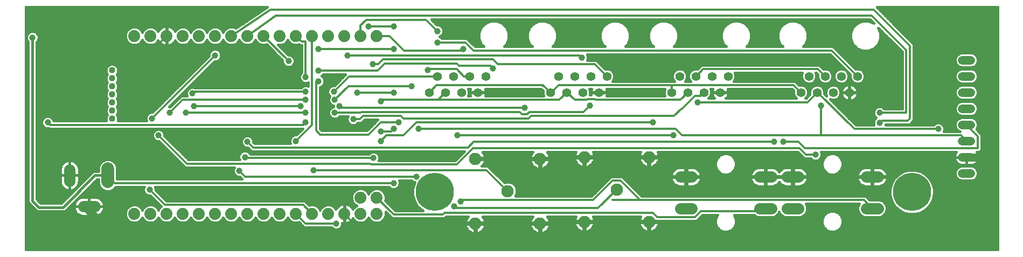
<source format=gbl>
G75*
%MOIN*%
%OFA0B0*%
%FSLAX24Y24*%
%IPPOS*%
%LPD*%
%AMOC8*
5,1,8,0,0,1.08239X$1,22.5*
%
%ADD10C,0.0765*%
%ADD11C,0.0705*%
%ADD12C,0.0554*%
%ADD13C,0.0700*%
%ADD14C,0.0800*%
%ADD15C,0.0520*%
%ADD16C,0.0740*%
%ADD17C,0.0160*%
%ADD18C,0.0400*%
%ADD19C,0.0500*%
%ADD20C,0.0120*%
%ADD21C,0.0390*%
%ADD22C,0.0396*%
%ADD23C,0.2362*%
D10*
X028280Y002180D03*
X032280Y002180D03*
X035030Y002280D03*
X039030Y002280D03*
X037030Y004280D03*
X032280Y006180D03*
X035030Y006280D03*
X039030Y006280D03*
X030280Y004180D03*
X028280Y006180D03*
D11*
X040968Y005060D02*
X041673Y005060D01*
X045888Y005060D02*
X046593Y005060D01*
X047568Y005060D02*
X048273Y005060D01*
X052488Y005060D02*
X053193Y005060D01*
X053193Y003100D02*
X052488Y003100D01*
X048273Y003100D02*
X047568Y003100D01*
X046593Y003100D02*
X045888Y003100D01*
X041673Y003100D02*
X040968Y003100D01*
D12*
X041430Y010280D03*
X040430Y010280D03*
X042430Y010280D03*
X043430Y010280D03*
X042930Y011280D03*
X041930Y011280D03*
X040930Y011280D03*
X043930Y011280D03*
X048430Y010280D03*
X049430Y010280D03*
X050430Y010280D03*
X051430Y010280D03*
X050930Y011280D03*
X049930Y011280D03*
X048930Y011280D03*
X051930Y011280D03*
X036430Y011280D03*
X035430Y011280D03*
X034430Y011280D03*
X033430Y011280D03*
X032930Y010280D03*
X033930Y010280D03*
X034930Y010280D03*
X035930Y010280D03*
X028930Y011280D03*
X027930Y011280D03*
X026930Y011280D03*
X025930Y011280D03*
X025430Y010280D03*
X026430Y010280D03*
X027430Y010280D03*
X028430Y010280D03*
D13*
X004731Y003226D02*
X004031Y003226D01*
X003180Y004805D02*
X003180Y005505D01*
D14*
X005542Y005555D02*
X005542Y004755D01*
D15*
X058420Y005280D02*
X058940Y005280D01*
X058940Y006280D02*
X058420Y006280D01*
X058420Y007280D02*
X058940Y007280D01*
X058940Y008280D02*
X058420Y008280D01*
X058420Y009280D02*
X058940Y009280D01*
X058940Y010280D02*
X058420Y010280D01*
X058420Y011280D02*
X058940Y011280D01*
X058940Y012280D02*
X058420Y012280D01*
D16*
X022180Y013780D03*
X021180Y013780D03*
X020180Y013780D03*
X019180Y013780D03*
X018180Y013780D03*
X017180Y013780D03*
X016180Y013780D03*
X015180Y013780D03*
X014180Y013780D03*
X013180Y013780D03*
X012180Y013780D03*
X011180Y013780D03*
X010180Y013780D03*
X009180Y013780D03*
X008180Y013780D03*
X007180Y013780D03*
X021180Y003780D03*
X022180Y003780D03*
X022180Y002780D03*
X021180Y002780D03*
X020180Y002780D03*
X019180Y002780D03*
X018180Y002780D03*
X017180Y002780D03*
X016180Y002780D03*
X015180Y002780D03*
X014180Y002780D03*
X013180Y002780D03*
X012180Y002780D03*
X011180Y002780D03*
X010180Y002780D03*
X009180Y002780D03*
X008180Y002780D03*
X007180Y002780D03*
D17*
X000460Y000560D02*
X000460Y015551D01*
X015392Y015551D01*
X013463Y014258D01*
X013289Y014330D01*
X013071Y014330D01*
X012868Y014246D01*
X012714Y014092D01*
X012680Y014010D01*
X012646Y014092D01*
X012492Y014246D01*
X012289Y014330D01*
X012071Y014330D01*
X011868Y014246D01*
X011714Y014092D01*
X011680Y014010D01*
X011646Y014092D01*
X011492Y014246D01*
X011289Y014330D01*
X011071Y014330D01*
X010868Y014246D01*
X010714Y014092D01*
X010680Y014010D01*
X010646Y014092D01*
X010492Y014246D01*
X010289Y014330D01*
X010071Y014330D01*
X009868Y014246D01*
X009714Y014092D01*
X009705Y014071D01*
X009693Y014094D01*
X009638Y014171D01*
X009571Y014238D01*
X009494Y014293D01*
X009410Y014336D01*
X009320Y014365D01*
X009227Y014380D01*
X009200Y014380D01*
X009200Y013800D01*
X009160Y013800D01*
X009160Y014380D01*
X009133Y014380D01*
X009039Y014365D01*
X008950Y014336D01*
X008866Y014293D01*
X008789Y014238D01*
X008722Y014171D01*
X008667Y014094D01*
X008655Y014071D01*
X008646Y014092D01*
X008492Y014246D01*
X008289Y014330D01*
X008071Y014330D01*
X007868Y014246D01*
X007714Y014092D01*
X007680Y014010D01*
X007646Y014092D01*
X007492Y014246D01*
X007289Y014330D01*
X007071Y014330D01*
X006868Y014246D01*
X006714Y014092D01*
X006630Y013889D01*
X006630Y013671D01*
X006714Y013468D01*
X006868Y013314D01*
X007071Y013230D01*
X007289Y013230D01*
X007492Y013314D01*
X007646Y013468D01*
X007680Y013550D01*
X007714Y013468D01*
X007868Y013314D01*
X008071Y013230D01*
X008289Y013230D01*
X008492Y013314D01*
X008646Y013468D01*
X008655Y013489D01*
X008667Y013466D01*
X008722Y013389D01*
X008789Y013322D01*
X008866Y013267D01*
X008950Y013224D01*
X009039Y013195D01*
X009133Y013180D01*
X009160Y013180D01*
X009160Y013760D01*
X009200Y013760D01*
X009200Y013180D01*
X009227Y013180D01*
X009320Y013195D01*
X009410Y013224D01*
X009494Y013267D01*
X009571Y013322D01*
X009638Y013389D01*
X009693Y013466D01*
X009705Y013489D01*
X009714Y013468D01*
X009868Y013314D01*
X010071Y013230D01*
X010289Y013230D01*
X010492Y013314D01*
X010646Y013468D01*
X010680Y013550D01*
X010714Y013468D01*
X010868Y013314D01*
X011071Y013230D01*
X011289Y013230D01*
X011492Y013314D01*
X011646Y013468D01*
X011680Y013550D01*
X011714Y013468D01*
X011868Y013314D01*
X012071Y013230D01*
X012289Y013230D01*
X012492Y013314D01*
X012646Y013468D01*
X012680Y013550D01*
X012714Y013468D01*
X012868Y013314D01*
X013071Y013230D01*
X013289Y013230D01*
X013492Y013314D01*
X013646Y013468D01*
X013680Y013550D01*
X013714Y013468D01*
X013868Y013314D01*
X014071Y013230D01*
X014289Y013230D01*
X014492Y013314D01*
X014646Y013468D01*
X014680Y013550D01*
X014714Y013468D01*
X014868Y013314D01*
X015071Y013230D01*
X015289Y013230D01*
X015361Y013260D01*
X016355Y012266D01*
X016355Y012155D01*
X016412Y012018D01*
X016518Y011912D01*
X016655Y011855D01*
X016805Y011855D01*
X016942Y011912D01*
X017048Y012018D01*
X017105Y012155D01*
X017105Y012305D01*
X017048Y012442D01*
X016942Y012548D01*
X016805Y012605D01*
X016694Y012605D01*
X016069Y013231D01*
X016071Y013230D01*
X016289Y013230D01*
X016492Y013314D01*
X016646Y013468D01*
X016680Y013550D01*
X016714Y013468D01*
X016868Y013314D01*
X017071Y013230D01*
X017289Y013230D01*
X017361Y013260D01*
X017394Y013227D01*
X017482Y013190D01*
X017540Y013190D01*
X017540Y011520D01*
X017462Y011442D01*
X017405Y011305D01*
X017405Y011155D01*
X017462Y011018D01*
X017568Y010912D01*
X017705Y010855D01*
X017855Y010855D01*
X017940Y010890D01*
X017940Y010670D01*
X017855Y010705D01*
X017705Y010705D01*
X017568Y010648D01*
X017490Y010570D01*
X010939Y010570D01*
X010855Y010605D01*
X010705Y010605D01*
X010568Y010548D01*
X010462Y010442D01*
X010405Y010305D01*
X010405Y010155D01*
X010440Y010070D01*
X010132Y010070D01*
X010044Y010033D01*
X009977Y009966D01*
X009416Y009405D01*
X009344Y009405D01*
X012144Y012205D01*
X012255Y012205D01*
X012392Y012262D01*
X012498Y012368D01*
X012555Y012505D01*
X012555Y012655D01*
X012498Y012792D01*
X012392Y012898D01*
X012255Y012955D01*
X012105Y012955D01*
X011968Y012898D01*
X011862Y012792D01*
X011805Y012655D01*
X011805Y012544D01*
X008316Y009055D01*
X008205Y009055D01*
X008068Y008998D01*
X007962Y008892D01*
X007905Y008755D01*
X007905Y008605D01*
X007940Y008520D01*
X006160Y008520D01*
X006185Y008579D01*
X006185Y008731D01*
X006127Y008870D01*
X006092Y008905D01*
X006127Y008940D01*
X006185Y009079D01*
X006185Y009231D01*
X006127Y009370D01*
X006092Y009405D01*
X006127Y009440D01*
X006185Y009579D01*
X006185Y009731D01*
X006127Y009870D01*
X006092Y009905D01*
X006127Y009940D01*
X006185Y010079D01*
X006185Y010231D01*
X006127Y010370D01*
X006092Y010405D01*
X006127Y010440D01*
X006185Y010579D01*
X006185Y010731D01*
X006127Y010870D01*
X006092Y010905D01*
X006127Y010940D01*
X006185Y011079D01*
X006185Y011231D01*
X006127Y011370D01*
X006092Y011405D01*
X006127Y011440D01*
X006185Y011579D01*
X006185Y011731D01*
X006127Y011870D01*
X006020Y011977D01*
X005881Y012035D01*
X005729Y012035D01*
X005590Y011977D01*
X005483Y011870D01*
X005425Y011731D01*
X005425Y011579D01*
X005483Y011440D01*
X005518Y011405D01*
X005483Y011370D01*
X005425Y011231D01*
X005425Y011079D01*
X005483Y010940D01*
X005518Y010905D01*
X005483Y010870D01*
X005425Y010731D01*
X005425Y010579D01*
X005483Y010440D01*
X005518Y010405D01*
X005483Y010370D01*
X005425Y010231D01*
X005425Y010079D01*
X005483Y009940D01*
X005518Y009905D01*
X005483Y009870D01*
X005425Y009731D01*
X005425Y009579D01*
X005483Y009440D01*
X005518Y009405D01*
X005483Y009370D01*
X005425Y009231D01*
X005425Y009079D01*
X005483Y008940D01*
X005518Y008905D01*
X005483Y008870D01*
X005425Y008731D01*
X005425Y008579D01*
X005450Y008520D01*
X002199Y008520D01*
X002148Y008642D01*
X002042Y008748D01*
X001905Y008805D01*
X001755Y008805D01*
X001618Y008748D01*
X001512Y008642D01*
X001455Y008505D01*
X001455Y008355D01*
X001512Y008218D01*
X001618Y008112D01*
X001755Y008055D01*
X001896Y008055D01*
X001932Y008040D01*
X017601Y008040D01*
X017219Y007658D01*
X017105Y007658D01*
X016966Y007601D01*
X016859Y007494D01*
X016802Y007355D01*
X016802Y007205D01*
X016837Y007120D01*
X014629Y007120D01*
X014555Y007194D01*
X014555Y007305D01*
X014498Y007442D01*
X014392Y007548D01*
X014255Y007605D01*
X014105Y007605D01*
X013968Y007548D01*
X013862Y007442D01*
X013805Y007305D01*
X013805Y007155D01*
X013862Y007018D01*
X013968Y006912D01*
X014105Y006855D01*
X014216Y006855D01*
X014327Y006744D01*
X014394Y006677D01*
X014482Y006640D01*
X027601Y006640D01*
X027031Y006070D01*
X022320Y006070D01*
X022355Y006155D01*
X022355Y006305D01*
X022298Y006442D01*
X022192Y006548D01*
X022055Y006605D01*
X021905Y006605D01*
X021768Y006548D01*
X021690Y006470D01*
X014357Y006470D01*
X014348Y006492D01*
X014242Y006598D01*
X014105Y006655D01*
X013955Y006655D01*
X013818Y006598D01*
X013712Y006492D01*
X013655Y006355D01*
X013655Y006205D01*
X013690Y006120D01*
X010529Y006120D01*
X009055Y007594D01*
X009055Y007705D01*
X008998Y007842D01*
X008892Y007948D01*
X008755Y008005D01*
X008605Y008005D01*
X008468Y007948D01*
X008362Y007842D01*
X008305Y007705D01*
X008305Y007555D01*
X008362Y007418D01*
X008468Y007312D01*
X008605Y007255D01*
X008716Y007255D01*
X010227Y005744D01*
X010294Y005677D01*
X010382Y005640D01*
X013361Y005640D01*
X013305Y005505D01*
X013305Y005355D01*
X013362Y005218D01*
X013468Y005112D01*
X013605Y005055D01*
X013716Y005055D01*
X013827Y004944D01*
X013851Y004920D01*
X006122Y004920D01*
X006122Y005670D01*
X006034Y005884D01*
X005871Y006047D01*
X005658Y006135D01*
X005427Y006135D01*
X005214Y006047D01*
X005051Y005884D01*
X004962Y005670D01*
X004962Y005415D01*
X004703Y005415D01*
X004608Y005375D01*
X002672Y003440D01*
X001388Y003440D01*
X001140Y003688D01*
X001140Y013405D01*
X001201Y013466D01*
X001258Y013605D01*
X001258Y013755D01*
X001201Y013894D01*
X001094Y014001D01*
X000955Y014058D01*
X000805Y014058D01*
X000666Y014001D01*
X000559Y013894D01*
X000502Y013755D01*
X000502Y013605D01*
X000559Y013466D01*
X000620Y013405D01*
X000620Y003528D01*
X000660Y003433D01*
X000733Y003360D01*
X001133Y002960D01*
X001228Y002920D01*
X002832Y002920D01*
X002927Y002960D01*
X003000Y003033D01*
X004863Y004895D01*
X004962Y004895D01*
X004962Y004640D01*
X005051Y004426D01*
X005214Y004263D01*
X005427Y004175D01*
X005658Y004175D01*
X005871Y004263D01*
X006034Y004426D01*
X006040Y004440D01*
X007790Y004440D01*
X007755Y004355D01*
X007755Y004205D01*
X007812Y004068D01*
X007918Y003962D01*
X008055Y003905D01*
X008166Y003905D01*
X008846Y003224D01*
X008714Y003092D01*
X008680Y003010D01*
X008646Y003092D01*
X008492Y003246D01*
X008289Y003330D01*
X008071Y003330D01*
X007868Y003246D01*
X007714Y003092D01*
X007680Y003010D01*
X007646Y003092D01*
X007492Y003246D01*
X007289Y003330D01*
X007071Y003330D01*
X006868Y003246D01*
X006714Y003092D01*
X006630Y002889D01*
X006630Y002671D01*
X006714Y002468D01*
X006868Y002314D01*
X007071Y002230D01*
X007289Y002230D01*
X007492Y002314D01*
X007646Y002468D01*
X007680Y002550D01*
X007714Y002468D01*
X007868Y002314D01*
X008071Y002230D01*
X008289Y002230D01*
X008492Y002314D01*
X008646Y002468D01*
X008680Y002550D01*
X008714Y002468D01*
X008868Y002314D01*
X009071Y002230D01*
X009289Y002230D01*
X009492Y002314D01*
X009646Y002468D01*
X009680Y002550D01*
X009714Y002468D01*
X009868Y002314D01*
X010071Y002230D01*
X010289Y002230D01*
X010492Y002314D01*
X010646Y002468D01*
X010680Y002550D01*
X010714Y002468D01*
X010868Y002314D01*
X011071Y002230D01*
X011289Y002230D01*
X011492Y002314D01*
X011646Y002468D01*
X011680Y002550D01*
X011714Y002468D01*
X011868Y002314D01*
X012071Y002230D01*
X012289Y002230D01*
X012492Y002314D01*
X012646Y002468D01*
X012680Y002550D01*
X012714Y002468D01*
X012868Y002314D01*
X013071Y002230D01*
X013289Y002230D01*
X013492Y002314D01*
X013646Y002468D01*
X013680Y002550D01*
X013714Y002468D01*
X013868Y002314D01*
X014071Y002230D01*
X014289Y002230D01*
X014492Y002314D01*
X014646Y002468D01*
X014680Y002550D01*
X014714Y002468D01*
X014868Y002314D01*
X015071Y002230D01*
X015289Y002230D01*
X015492Y002314D01*
X015646Y002468D01*
X015680Y002550D01*
X015714Y002468D01*
X015868Y002314D01*
X016071Y002230D01*
X016289Y002230D01*
X016492Y002314D01*
X016646Y002468D01*
X016680Y002550D01*
X016714Y002468D01*
X016868Y002314D01*
X017071Y002230D01*
X017289Y002230D01*
X017361Y002260D01*
X017577Y002044D01*
X017644Y001977D01*
X017732Y001940D01*
X019390Y001940D01*
X019468Y001862D01*
X019605Y001805D01*
X019755Y001805D01*
X019892Y001862D01*
X019998Y001968D01*
X020055Y002105D01*
X020055Y002192D01*
X020133Y002180D01*
X020160Y002180D01*
X020160Y002760D01*
X020200Y002760D01*
X020200Y002180D01*
X020227Y002180D01*
X020320Y002195D01*
X020410Y002224D01*
X020494Y002267D01*
X020571Y002322D01*
X020638Y002389D01*
X020693Y002466D01*
X020705Y002489D01*
X020714Y002468D01*
X020868Y002314D01*
X021071Y002230D01*
X021289Y002230D01*
X021492Y002314D01*
X021646Y002468D01*
X021680Y002550D01*
X021714Y002468D01*
X021868Y002314D01*
X022071Y002230D01*
X022289Y002230D01*
X022492Y002314D01*
X022646Y002468D01*
X022730Y002671D01*
X022730Y002889D01*
X022729Y002891D01*
X023094Y002527D01*
X023182Y002490D01*
X026328Y002490D01*
X026416Y002527D01*
X026479Y002590D01*
X027824Y002590D01*
X027813Y002579D01*
X027756Y002501D01*
X027712Y002415D01*
X027683Y002323D01*
X027668Y002228D01*
X027668Y002228D01*
X028232Y002228D01*
X028232Y002132D01*
X028328Y002132D01*
X028328Y002228D01*
X028892Y002228D01*
X028877Y002323D01*
X028848Y002415D01*
X028804Y002501D01*
X028747Y002579D01*
X028736Y002590D01*
X031824Y002590D01*
X031813Y002579D01*
X031756Y002501D01*
X031712Y002415D01*
X031683Y002323D01*
X031668Y002228D01*
X031668Y002228D01*
X032232Y002228D01*
X032232Y002132D01*
X032328Y002132D01*
X032328Y002228D01*
X032892Y002228D01*
X032877Y002323D01*
X032848Y002415D01*
X032804Y002501D01*
X032747Y002579D01*
X032736Y002590D01*
X034501Y002590D01*
X034462Y002515D01*
X034433Y002423D01*
X034418Y002328D01*
X034418Y002328D01*
X034982Y002328D01*
X034982Y002232D01*
X035078Y002232D01*
X035078Y002328D01*
X035642Y002328D01*
X035627Y002423D01*
X035598Y002515D01*
X035559Y002590D01*
X038501Y002590D01*
X038462Y002515D01*
X038433Y002423D01*
X038418Y002328D01*
X038418Y002328D01*
X038982Y002328D01*
X038982Y002232D01*
X039078Y002232D01*
X039078Y002328D01*
X039642Y002328D01*
X039641Y002340D01*
X041928Y002340D01*
X042016Y002377D01*
X042083Y002444D01*
X042329Y002690D01*
X043262Y002690D01*
X043242Y002670D01*
X043145Y002436D01*
X043145Y002184D01*
X043242Y001950D01*
X043420Y001772D01*
X043654Y001675D01*
X043906Y001675D01*
X044140Y001772D01*
X044318Y001950D01*
X044415Y002184D01*
X044415Y002436D01*
X044318Y002670D01*
X044298Y002690D01*
X045544Y002690D01*
X045586Y002649D01*
X045782Y002568D01*
X046698Y002568D01*
X046894Y002649D01*
X047044Y002798D01*
X047080Y002885D01*
X047116Y002798D01*
X047266Y002649D01*
X047462Y002568D01*
X048378Y002568D01*
X048574Y002649D01*
X048724Y002798D01*
X048805Y002994D01*
X048805Y003206D01*
X048729Y003390D01*
X052031Y003390D01*
X051955Y003206D01*
X051955Y002994D01*
X052036Y002798D01*
X052186Y002649D01*
X052382Y002568D01*
X053298Y002568D01*
X053494Y002649D01*
X053644Y002798D01*
X053725Y002994D01*
X053725Y003206D01*
X053644Y003402D01*
X053494Y003551D01*
X053298Y003632D01*
X052667Y003632D01*
X052466Y003833D01*
X052378Y003870D01*
X038579Y003870D01*
X038566Y003883D01*
X037416Y005033D01*
X037328Y005070D01*
X036732Y005070D01*
X036644Y005033D01*
X036577Y004966D01*
X035481Y003870D01*
X030760Y003870D01*
X030842Y004068D01*
X030842Y004292D01*
X030757Y004499D01*
X030599Y004657D01*
X030392Y004742D01*
X030168Y004742D01*
X030089Y004710D01*
X029116Y005683D01*
X029028Y005720D01*
X028686Y005720D01*
X028747Y005781D01*
X028804Y005859D01*
X028848Y005945D01*
X028877Y006037D01*
X028892Y006132D01*
X028892Y006132D01*
X028328Y006132D01*
X028328Y006228D01*
X028892Y006228D01*
X028877Y006323D01*
X028848Y006415D01*
X028804Y006501D01*
X028747Y006579D01*
X028736Y006590D01*
X031824Y006590D01*
X031813Y006579D01*
X031756Y006501D01*
X031712Y006415D01*
X031683Y006323D01*
X031668Y006228D01*
X031668Y006228D01*
X032232Y006228D01*
X032232Y006132D01*
X032328Y006132D01*
X032328Y006228D01*
X032892Y006228D01*
X032877Y006323D01*
X032848Y006415D01*
X032804Y006501D01*
X032747Y006579D01*
X032736Y006590D01*
X034501Y006590D01*
X034462Y006515D01*
X034433Y006423D01*
X034418Y006328D01*
X034418Y006328D01*
X034982Y006328D01*
X034982Y006232D01*
X035078Y006232D01*
X035078Y006328D01*
X035642Y006328D01*
X035627Y006423D01*
X035598Y006515D01*
X035559Y006590D01*
X038501Y006590D01*
X038462Y006515D01*
X038433Y006423D01*
X038418Y006328D01*
X038418Y006328D01*
X038982Y006328D01*
X038982Y006232D01*
X039078Y006232D01*
X039078Y006328D01*
X039642Y006328D01*
X039627Y006423D01*
X039598Y006515D01*
X039559Y006590D01*
X048231Y006590D01*
X048527Y006294D01*
X048594Y006227D01*
X048682Y006190D01*
X049040Y006190D01*
X049118Y006112D01*
X049255Y006055D01*
X049405Y006055D01*
X049542Y006112D01*
X049648Y006218D01*
X049705Y006355D01*
X049705Y006505D01*
X049670Y006590D01*
X058040Y006590D01*
X058001Y006537D01*
X057966Y006468D01*
X057942Y006395D01*
X057930Y006319D01*
X057930Y006280D01*
X058680Y006280D01*
X059430Y006280D01*
X059430Y006319D01*
X059418Y006395D01*
X059394Y006468D01*
X059359Y006537D01*
X059320Y006590D01*
X059428Y006590D01*
X059516Y006627D01*
X059583Y006694D01*
X059620Y006782D01*
X059620Y007628D01*
X059583Y007716D01*
X059516Y007783D01*
X059291Y008009D01*
X059313Y008031D01*
X059380Y008192D01*
X059380Y008368D01*
X059313Y008529D01*
X059189Y008653D01*
X059028Y008720D01*
X058332Y008720D01*
X058171Y008653D01*
X058047Y008529D01*
X057980Y008368D01*
X057980Y008192D01*
X058047Y008031D01*
X058171Y007907D01*
X058260Y007870D01*
X057270Y007870D01*
X057305Y007955D01*
X057305Y008105D01*
X057248Y008242D01*
X057142Y008348D01*
X057005Y008405D01*
X056855Y008405D01*
X056718Y008348D01*
X056640Y008270D01*
X053658Y008270D01*
X053667Y008290D01*
X055103Y008290D01*
X055191Y008327D01*
X055316Y008452D01*
X055383Y008519D01*
X055420Y008607D01*
X055420Y013203D01*
X055383Y013291D01*
X053123Y015551D01*
X060605Y015551D01*
X060605Y000560D01*
X000460Y000560D01*
X000460Y000597D02*
X060605Y000597D01*
X060605Y000756D02*
X000460Y000756D01*
X000460Y000914D02*
X060605Y000914D01*
X060605Y001073D02*
X000460Y001073D01*
X000460Y001231D02*
X060605Y001231D01*
X060605Y001390D02*
X000460Y001390D01*
X000460Y001548D02*
X060605Y001548D01*
X060605Y001707D02*
X050582Y001707D01*
X050506Y001675D02*
X050740Y001772D01*
X050918Y001950D01*
X051015Y002184D01*
X051015Y002436D01*
X050918Y002670D01*
X050740Y002848D01*
X050506Y002945D01*
X050254Y002945D01*
X050020Y002848D01*
X049842Y002670D01*
X049745Y002436D01*
X049745Y002184D01*
X049842Y001950D01*
X050020Y001772D01*
X050254Y001675D01*
X050506Y001675D01*
X050178Y001707D02*
X043982Y001707D01*
X044233Y001865D02*
X049927Y001865D01*
X049811Y002024D02*
X044349Y002024D01*
X044414Y002182D02*
X049746Y002182D01*
X049745Y002341D02*
X044415Y002341D01*
X044389Y002499D02*
X049771Y002499D01*
X049837Y002658D02*
X048583Y002658D01*
X048731Y002816D02*
X049988Y002816D01*
X050772Y002816D02*
X052029Y002816D01*
X051963Y002975D02*
X048797Y002975D01*
X048805Y003133D02*
X051955Y003133D01*
X051990Y003292D02*
X048770Y003292D01*
X047257Y002658D02*
X046903Y002658D01*
X047051Y002816D02*
X047109Y002816D01*
X045577Y002658D02*
X044323Y002658D01*
X043237Y002658D02*
X042297Y002658D01*
X042138Y002499D02*
X043171Y002499D01*
X043145Y002341D02*
X041929Y002341D01*
X043146Y002182D02*
X039635Y002182D01*
X039627Y002137D02*
X039642Y002232D01*
X039642Y002232D01*
X039078Y002232D01*
X039078Y001668D01*
X039173Y001683D01*
X039265Y001712D01*
X039351Y001756D01*
X039429Y001813D01*
X039497Y001881D01*
X039554Y001959D01*
X039598Y002045D01*
X039627Y002137D01*
X039587Y002024D02*
X043211Y002024D01*
X043327Y001865D02*
X039481Y001865D01*
X039247Y001707D02*
X043578Y001707D01*
X039642Y002328D02*
X039642Y002328D01*
X039078Y002182D02*
X038982Y002182D01*
X038982Y002232D02*
X038982Y001667D01*
X038982Y001668D01*
X038887Y001683D01*
X038795Y001712D01*
X038709Y001756D01*
X038631Y001813D01*
X038563Y001881D01*
X038506Y001959D01*
X038462Y002045D01*
X038433Y002137D01*
X038418Y002232D01*
X038418Y002232D01*
X038982Y002232D01*
X038982Y002024D02*
X039078Y002024D01*
X039078Y001865D02*
X038982Y001865D01*
X038982Y001707D02*
X039078Y001707D01*
X039078Y001668D02*
X039078Y001668D01*
X038813Y001707D02*
X035247Y001707D01*
X035265Y001712D02*
X035351Y001756D01*
X035429Y001813D01*
X035497Y001881D01*
X035554Y001959D01*
X035598Y002045D01*
X035627Y002137D01*
X035642Y002232D01*
X035642Y002232D01*
X035078Y002232D01*
X035078Y001668D01*
X035173Y001683D01*
X035265Y001712D01*
X035078Y001707D02*
X034982Y001707D01*
X034982Y001668D02*
X034982Y001667D01*
X034982Y001668D02*
X034887Y001683D01*
X034795Y001712D01*
X034709Y001756D01*
X034631Y001813D01*
X034563Y001881D01*
X034506Y001959D01*
X034462Y002045D01*
X034433Y002137D01*
X034418Y002232D01*
X034418Y002232D01*
X034982Y002232D01*
X034982Y001667D01*
X035078Y001668D02*
X035078Y001668D01*
X035078Y001865D02*
X034982Y001865D01*
X034982Y002024D02*
X035078Y002024D01*
X035078Y002182D02*
X034982Y002182D01*
X034473Y002024D02*
X032873Y002024D01*
X032877Y002037D02*
X032892Y002132D01*
X032892Y002132D01*
X032328Y002132D01*
X032328Y001568D01*
X032423Y001583D01*
X032515Y001612D01*
X032601Y001656D01*
X032679Y001713D01*
X032747Y001781D01*
X032804Y001859D01*
X032848Y001945D01*
X032877Y002037D01*
X032807Y001865D02*
X034579Y001865D01*
X034813Y001707D02*
X032670Y001707D01*
X032328Y001707D02*
X032232Y001707D01*
X032232Y001568D02*
X032232Y001567D01*
X032232Y001568D02*
X032137Y001583D01*
X032045Y001612D01*
X031959Y001656D01*
X031881Y001713D01*
X031813Y001781D01*
X031756Y001859D01*
X031712Y001945D01*
X031683Y002037D01*
X031668Y002132D01*
X031668Y002132D01*
X032232Y002132D01*
X032232Y001567D01*
X032328Y001568D02*
X032328Y001568D01*
X032328Y001865D02*
X032232Y001865D01*
X032232Y002024D02*
X032328Y002024D01*
X032328Y002182D02*
X034425Y002182D01*
X034419Y002341D02*
X032872Y002341D01*
X032892Y002228D02*
X032892Y002228D01*
X032805Y002499D02*
X034457Y002499D01*
X035603Y002499D02*
X038457Y002499D01*
X038419Y002341D02*
X035641Y002341D01*
X035642Y002328D02*
X035642Y002328D01*
X035635Y002182D02*
X038425Y002182D01*
X038473Y002024D02*
X035587Y002024D01*
X035481Y001865D02*
X038579Y001865D01*
X032232Y002182D02*
X028328Y002182D01*
X028328Y002132D02*
X028892Y002132D01*
X028892Y002132D01*
X028877Y002037D01*
X028848Y001945D01*
X028804Y001859D01*
X028747Y001781D01*
X028679Y001713D01*
X028601Y001656D01*
X028515Y001612D01*
X028423Y001583D01*
X028328Y001568D01*
X028328Y001568D01*
X028328Y002132D01*
X028232Y002132D02*
X028232Y001567D01*
X028232Y001568D01*
X028137Y001583D01*
X028045Y001612D01*
X027959Y001656D01*
X027881Y001713D01*
X027813Y001781D01*
X027756Y001859D01*
X027712Y001945D01*
X027683Y002037D01*
X027668Y002132D01*
X027668Y002132D01*
X028232Y002132D01*
X028232Y002182D02*
X020240Y002182D01*
X020200Y002182D02*
X020160Y002182D01*
X020120Y002182D02*
X020055Y002182D01*
X020021Y002024D02*
X027687Y002024D01*
X027753Y001865D02*
X019895Y001865D01*
X019465Y001865D02*
X000460Y001865D01*
X000460Y001707D02*
X027890Y001707D01*
X028232Y001707D02*
X028328Y001707D01*
X028328Y001865D02*
X028232Y001865D01*
X028232Y002024D02*
X028328Y002024D01*
X028807Y001865D02*
X031753Y001865D01*
X031687Y002024D02*
X028873Y002024D01*
X028892Y002228D02*
X028892Y002228D01*
X028872Y002341D02*
X031688Y002341D01*
X031755Y002499D02*
X028805Y002499D01*
X027755Y002499D02*
X026349Y002499D01*
X027688Y002341D02*
X022518Y002341D01*
X022659Y002499D02*
X023161Y002499D01*
X022963Y002658D02*
X022725Y002658D01*
X022730Y002816D02*
X022805Y002816D01*
X023325Y002975D02*
X025030Y002975D01*
X025038Y002970D02*
X023329Y002970D01*
X022700Y003599D01*
X022730Y003671D01*
X022730Y003889D01*
X022646Y004092D01*
X022492Y004246D01*
X022289Y004330D01*
X022071Y004330D01*
X021868Y004246D01*
X021714Y004092D01*
X021680Y004010D01*
X021646Y004092D01*
X021492Y004246D01*
X021289Y004330D01*
X021071Y004330D01*
X020868Y004246D01*
X020714Y004092D01*
X020630Y003889D01*
X020630Y003671D01*
X020714Y003468D01*
X020868Y003314D01*
X020950Y003280D01*
X020868Y003246D01*
X020714Y003092D01*
X020705Y003071D01*
X020693Y003094D01*
X020638Y003171D01*
X020571Y003238D01*
X020494Y003293D01*
X020410Y003336D01*
X020320Y003365D01*
X020227Y003380D01*
X020200Y003380D01*
X020200Y002800D01*
X020160Y002800D01*
X020160Y003380D01*
X020133Y003380D01*
X020039Y003365D01*
X019950Y003336D01*
X019866Y003293D01*
X019789Y003238D01*
X019722Y003171D01*
X019667Y003094D01*
X019655Y003071D01*
X019646Y003092D01*
X019492Y003246D01*
X019289Y003330D01*
X019071Y003330D01*
X018868Y003246D01*
X018714Y003092D01*
X018680Y003010D01*
X018646Y003092D01*
X018492Y003246D01*
X018289Y003330D01*
X018071Y003330D01*
X017999Y003300D01*
X017766Y003533D01*
X017678Y003570D01*
X009179Y003570D01*
X008505Y004244D01*
X008505Y004355D01*
X008470Y004440D01*
X022940Y004440D01*
X023018Y004362D01*
X023155Y004305D01*
X023305Y004305D01*
X023442Y004362D01*
X023548Y004468D01*
X023605Y004605D01*
X023605Y004755D01*
X023570Y004840D01*
X024340Y004840D01*
X024418Y004762D01*
X024541Y004711D01*
X024502Y004644D01*
X024409Y004298D01*
X024409Y003939D01*
X024502Y003593D01*
X024681Y003283D01*
X024935Y003029D01*
X025038Y002970D01*
X024831Y003133D02*
X023166Y003133D01*
X023008Y003292D02*
X024676Y003292D01*
X024585Y003450D02*
X022849Y003450D01*
X022704Y003609D02*
X024498Y003609D01*
X024456Y003767D02*
X022730Y003767D01*
X022715Y003926D02*
X024413Y003926D01*
X024409Y004084D02*
X022649Y004084D01*
X022495Y004243D02*
X024409Y004243D01*
X024437Y004401D02*
X023481Y004401D01*
X023586Y004560D02*
X024480Y004560D01*
X024524Y004718D02*
X023605Y004718D01*
X022979Y004401D02*
X008486Y004401D01*
X008507Y004243D02*
X020865Y004243D01*
X020711Y004084D02*
X008665Y004084D01*
X008824Y003926D02*
X020645Y003926D01*
X020630Y003767D02*
X008982Y003767D01*
X009141Y003609D02*
X020656Y003609D01*
X020732Y003450D02*
X017849Y003450D01*
X018382Y003292D02*
X018978Y003292D01*
X018755Y003133D02*
X018605Y003133D01*
X019382Y003292D02*
X019863Y003292D01*
X019695Y003133D02*
X019605Y003133D01*
X020160Y003133D02*
X020200Y003133D01*
X020200Y002975D02*
X020160Y002975D01*
X020160Y002816D02*
X020200Y002816D01*
X020200Y002658D02*
X020160Y002658D01*
X020160Y002499D02*
X020200Y002499D01*
X020200Y002341D02*
X020160Y002341D01*
X020589Y002341D02*
X020842Y002341D01*
X021518Y002341D02*
X021842Y002341D01*
X021701Y002499D02*
X021659Y002499D01*
X020922Y003292D02*
X020497Y003292D01*
X020665Y003133D02*
X020755Y003133D01*
X020200Y003292D02*
X020160Y003292D01*
X021495Y004243D02*
X021865Y004243D01*
X021711Y004084D02*
X021649Y004084D01*
X016842Y002341D02*
X016518Y002341D01*
X016659Y002499D02*
X016701Y002499D01*
X017439Y002182D02*
X000460Y002182D01*
X000460Y002024D02*
X017597Y002024D01*
X015842Y002341D02*
X015518Y002341D01*
X015659Y002499D02*
X015701Y002499D01*
X014842Y002341D02*
X014518Y002341D01*
X014659Y002499D02*
X014701Y002499D01*
X013842Y002341D02*
X013518Y002341D01*
X013659Y002499D02*
X013701Y002499D01*
X012842Y002341D02*
X012518Y002341D01*
X012659Y002499D02*
X012701Y002499D01*
X011842Y002341D02*
X011518Y002341D01*
X011659Y002499D02*
X011701Y002499D01*
X010842Y002341D02*
X010518Y002341D01*
X010659Y002499D02*
X010701Y002499D01*
X009842Y002341D02*
X009518Y002341D01*
X009659Y002499D02*
X009701Y002499D01*
X008842Y002341D02*
X008518Y002341D01*
X008659Y002499D02*
X008701Y002499D01*
X007842Y002341D02*
X007518Y002341D01*
X007659Y002499D02*
X007701Y002499D01*
X006842Y002341D02*
X000460Y002341D01*
X000460Y002499D02*
X006701Y002499D01*
X006635Y002658D02*
X004850Y002658D01*
X004867Y002660D02*
X004953Y002688D01*
X005035Y002730D01*
X005109Y002783D01*
X005173Y002848D01*
X005227Y002922D01*
X005268Y003003D01*
X005297Y003090D01*
X005311Y003180D01*
X005311Y003226D01*
X005311Y003272D01*
X005297Y003362D01*
X005268Y003449D01*
X005227Y003530D01*
X005173Y003604D01*
X005109Y003668D01*
X005035Y003722D01*
X004953Y003763D01*
X004867Y003792D01*
X004776Y003806D01*
X004381Y003806D01*
X004381Y003226D01*
X005311Y003226D01*
X004381Y003226D01*
X004381Y003226D01*
X004381Y003226D01*
X004381Y003806D01*
X003985Y003806D01*
X003895Y003792D01*
X003808Y003763D01*
X003727Y003722D01*
X003653Y003668D01*
X003588Y003604D01*
X003535Y003530D01*
X003493Y003449D01*
X003465Y003362D01*
X003451Y003272D01*
X003451Y003226D01*
X004381Y003226D01*
X004381Y002646D01*
X004776Y002646D01*
X004867Y002660D01*
X005141Y002816D02*
X006630Y002816D01*
X006665Y002975D02*
X005254Y002975D01*
X005303Y003133D02*
X006755Y003133D01*
X006978Y003292D02*
X005308Y003292D01*
X005268Y003450D02*
X008621Y003450D01*
X008779Y003292D02*
X008382Y003292D01*
X008605Y003133D02*
X008755Y003133D01*
X008462Y003609D02*
X005168Y003609D01*
X004942Y003767D02*
X008304Y003767D01*
X008006Y003926D02*
X003893Y003926D01*
X003819Y003767D02*
X003735Y003767D01*
X003593Y003609D02*
X003576Y003609D01*
X003494Y003450D02*
X003418Y003450D01*
X003454Y003292D02*
X003259Y003292D01*
X003451Y003226D02*
X003451Y003180D01*
X003465Y003090D01*
X003493Y003003D01*
X003535Y002922D01*
X003588Y002848D01*
X003653Y002783D01*
X003727Y002730D01*
X003808Y002688D01*
X003895Y002660D01*
X003985Y002646D01*
X004381Y002646D01*
X004381Y003226D01*
X004381Y003226D01*
X004381Y003226D01*
X003451Y003226D01*
X003458Y003133D02*
X003101Y003133D01*
X002942Y002975D02*
X003508Y002975D01*
X003620Y002816D02*
X000460Y002816D01*
X000460Y002658D02*
X003912Y002658D01*
X004381Y002658D02*
X004381Y002658D01*
X004381Y002816D02*
X004381Y002816D01*
X004381Y002975D02*
X004381Y002975D01*
X004381Y003133D02*
X004381Y003133D01*
X004381Y003292D02*
X004381Y003292D01*
X004381Y003450D02*
X004381Y003450D01*
X004381Y003609D02*
X004381Y003609D01*
X004381Y003767D02*
X004381Y003767D01*
X004052Y004084D02*
X007805Y004084D01*
X007755Y004243D02*
X005821Y004243D01*
X006008Y004401D02*
X007774Y004401D01*
X006122Y005035D02*
X013736Y005035D01*
X013827Y004944D02*
X013827Y004944D01*
X013386Y005194D02*
X006122Y005194D01*
X006122Y005352D02*
X013306Y005352D01*
X013307Y005511D02*
X006122Y005511D01*
X006122Y005669D02*
X010312Y005669D01*
X010143Y005828D02*
X006057Y005828D01*
X005931Y005986D02*
X009985Y005986D01*
X009826Y006145D02*
X001140Y006145D01*
X001140Y006303D02*
X009668Y006303D01*
X009509Y006462D02*
X001140Y006462D01*
X001140Y006620D02*
X009351Y006620D01*
X009192Y006779D02*
X001140Y006779D01*
X001140Y006937D02*
X009034Y006937D01*
X008875Y007096D02*
X001140Y007096D01*
X001140Y007254D02*
X008717Y007254D01*
X008367Y007413D02*
X001140Y007413D01*
X001140Y007571D02*
X008305Y007571D01*
X008315Y007730D02*
X001140Y007730D01*
X001140Y007888D02*
X008408Y007888D01*
X008952Y007888D02*
X017449Y007888D01*
X017290Y007730D02*
X009045Y007730D01*
X009078Y007571D02*
X014023Y007571D01*
X013850Y007413D02*
X009237Y007413D01*
X009395Y007254D02*
X013805Y007254D01*
X013830Y007096D02*
X009554Y007096D01*
X009712Y006937D02*
X013943Y006937D01*
X013871Y006620D02*
X010029Y006620D01*
X009871Y006779D02*
X014292Y006779D01*
X014189Y006620D02*
X027581Y006620D01*
X027422Y006462D02*
X022279Y006462D01*
X022355Y006303D02*
X027264Y006303D01*
X027105Y006145D02*
X022350Y006145D01*
X016936Y007571D02*
X014337Y007571D01*
X014510Y007413D02*
X016826Y007413D01*
X016802Y007254D02*
X014555Y007254D01*
X013699Y006462D02*
X010188Y006462D01*
X010346Y006303D02*
X013655Y006303D01*
X013680Y006145D02*
X010505Y006145D01*
X005542Y005155D02*
X004755Y005155D01*
X002780Y003180D01*
X001280Y003180D01*
X000880Y003580D01*
X000880Y013680D01*
X001170Y013436D02*
X006747Y013436D01*
X006662Y013594D02*
X001254Y013594D01*
X001258Y013753D02*
X006630Y013753D01*
X006639Y013911D02*
X001184Y013911D01*
X000576Y013911D02*
X000460Y013911D01*
X000460Y013753D02*
X000502Y013753D01*
X000506Y013594D02*
X000460Y013594D01*
X000460Y013436D02*
X000590Y013436D01*
X000620Y013277D02*
X000460Y013277D01*
X000460Y013119D02*
X000620Y013119D01*
X000620Y012960D02*
X000460Y012960D01*
X000460Y012802D02*
X000620Y012802D01*
X000620Y012643D02*
X000460Y012643D01*
X000460Y012485D02*
X000620Y012485D01*
X000620Y012326D02*
X000460Y012326D01*
X000460Y012168D02*
X000620Y012168D01*
X000620Y012009D02*
X000460Y012009D01*
X000460Y011851D02*
X000620Y011851D01*
X000620Y011692D02*
X000460Y011692D01*
X000460Y011534D02*
X000620Y011534D01*
X000620Y011375D02*
X000460Y011375D01*
X000460Y011217D02*
X000620Y011217D01*
X000620Y011058D02*
X000460Y011058D01*
X000460Y010900D02*
X000620Y010900D01*
X000620Y010741D02*
X000460Y010741D01*
X000460Y010583D02*
X000620Y010583D01*
X000620Y010424D02*
X000460Y010424D01*
X000460Y010266D02*
X000620Y010266D01*
X000620Y010107D02*
X000460Y010107D01*
X000460Y009949D02*
X000620Y009949D01*
X000620Y009790D02*
X000460Y009790D01*
X000460Y009632D02*
X000620Y009632D01*
X000620Y009473D02*
X000460Y009473D01*
X000460Y009315D02*
X000620Y009315D01*
X000620Y009156D02*
X000460Y009156D01*
X000460Y008998D02*
X000620Y008998D01*
X000620Y008839D02*
X000460Y008839D01*
X000460Y008681D02*
X000620Y008681D01*
X000620Y008522D02*
X000460Y008522D01*
X000460Y008364D02*
X000620Y008364D01*
X000620Y008205D02*
X000460Y008205D01*
X000460Y008047D02*
X000620Y008047D01*
X000620Y007888D02*
X000460Y007888D01*
X000460Y007730D02*
X000620Y007730D01*
X000620Y007571D02*
X000460Y007571D01*
X000460Y007413D02*
X000620Y007413D01*
X000620Y007254D02*
X000460Y007254D01*
X000460Y007096D02*
X000620Y007096D01*
X000620Y006937D02*
X000460Y006937D01*
X000460Y006779D02*
X000620Y006779D01*
X000620Y006620D02*
X000460Y006620D01*
X000460Y006462D02*
X000620Y006462D01*
X000620Y006303D02*
X000460Y006303D01*
X000460Y006145D02*
X000620Y006145D01*
X000620Y005986D02*
X000460Y005986D01*
X000460Y005828D02*
X000620Y005828D01*
X000620Y005669D02*
X000460Y005669D01*
X000460Y005511D02*
X000620Y005511D01*
X000620Y005352D02*
X000460Y005352D01*
X000460Y005194D02*
X000620Y005194D01*
X000620Y005035D02*
X000460Y005035D01*
X000460Y004877D02*
X000620Y004877D01*
X000620Y004718D02*
X000460Y004718D01*
X000460Y004560D02*
X000620Y004560D01*
X000620Y004401D02*
X000460Y004401D01*
X000460Y004243D02*
X000620Y004243D01*
X000620Y004084D02*
X000460Y004084D01*
X000460Y003926D02*
X000620Y003926D01*
X000620Y003767D02*
X000460Y003767D01*
X000460Y003609D02*
X000620Y003609D01*
X000652Y003450D02*
X000460Y003450D01*
X000460Y003292D02*
X000801Y003292D01*
X000959Y003133D02*
X000460Y003133D01*
X000460Y002975D02*
X001118Y002975D01*
X001378Y003450D02*
X002682Y003450D01*
X002841Y003609D02*
X001219Y003609D01*
X001140Y003767D02*
X002999Y003767D01*
X003158Y003926D02*
X001140Y003926D01*
X001140Y004084D02*
X003316Y004084D01*
X003316Y004239D02*
X003403Y004267D01*
X003484Y004309D01*
X003558Y004363D01*
X003622Y004427D01*
X003676Y004501D01*
X003718Y004582D01*
X003746Y004669D01*
X003760Y004759D01*
X003760Y005155D01*
X003760Y005551D01*
X003746Y005641D01*
X003718Y005728D01*
X003676Y005809D01*
X003622Y005883D01*
X003558Y005947D01*
X003484Y006001D01*
X003403Y006043D01*
X003316Y006071D01*
X003226Y006085D01*
X003180Y006085D01*
X003180Y005155D01*
X003180Y005155D01*
X003760Y005155D01*
X003180Y005155D01*
X003180Y005155D01*
X003180Y005155D01*
X002600Y005155D01*
X002600Y005551D01*
X002614Y005641D01*
X002642Y005728D01*
X002684Y005809D01*
X002738Y005883D01*
X002802Y005947D01*
X002876Y006001D01*
X002957Y006043D01*
X003044Y006071D01*
X003134Y006085D01*
X003180Y006085D01*
X003180Y005155D01*
X003180Y004225D01*
X003226Y004225D01*
X003316Y004239D01*
X003326Y004243D02*
X003475Y004243D01*
X003596Y004401D02*
X003633Y004401D01*
X003706Y004560D02*
X003792Y004560D01*
X003753Y004718D02*
X003950Y004718D01*
X004109Y004877D02*
X003760Y004877D01*
X003760Y005035D02*
X004267Y005035D01*
X004426Y005194D02*
X003760Y005194D01*
X003760Y005352D02*
X004584Y005352D01*
X004962Y005511D02*
X003760Y005511D01*
X003737Y005669D02*
X004962Y005669D01*
X005027Y005828D02*
X003663Y005828D01*
X003505Y005986D02*
X005153Y005986D01*
X003180Y005986D02*
X003180Y005986D01*
X003180Y005828D02*
X003180Y005828D01*
X003180Y005669D02*
X003180Y005669D01*
X003180Y005511D02*
X003180Y005511D01*
X003180Y005352D02*
X003180Y005352D01*
X003180Y005194D02*
X003180Y005194D01*
X003180Y005155D02*
X002600Y005155D01*
X002600Y004759D01*
X002614Y004669D01*
X002642Y004582D01*
X002684Y004501D01*
X002738Y004427D01*
X002802Y004363D01*
X002876Y004309D01*
X002957Y004267D01*
X003044Y004239D01*
X003134Y004225D01*
X003180Y004225D01*
X003180Y005155D01*
X003180Y005155D01*
X003180Y005035D02*
X003180Y005035D01*
X003180Y004877D02*
X003180Y004877D01*
X003180Y004718D02*
X003180Y004718D01*
X003180Y004560D02*
X003180Y004560D01*
X003180Y004401D02*
X003180Y004401D01*
X003180Y004243D02*
X003180Y004243D01*
X003034Y004243D02*
X001140Y004243D01*
X001140Y004401D02*
X002764Y004401D01*
X002654Y004560D02*
X001140Y004560D01*
X001140Y004718D02*
X002607Y004718D01*
X002600Y004877D02*
X001140Y004877D01*
X001140Y005035D02*
X002600Y005035D01*
X002600Y005194D02*
X001140Y005194D01*
X001140Y005352D02*
X002600Y005352D01*
X002600Y005511D02*
X001140Y005511D01*
X001140Y005669D02*
X002623Y005669D01*
X002697Y005828D02*
X001140Y005828D01*
X001140Y005986D02*
X002855Y005986D01*
X004844Y004877D02*
X004962Y004877D01*
X004962Y004718D02*
X004686Y004718D01*
X004527Y004560D02*
X004995Y004560D01*
X005076Y004401D02*
X004369Y004401D01*
X004210Y004243D02*
X005264Y004243D01*
X007382Y003292D02*
X007978Y003292D01*
X007755Y003133D02*
X007605Y003133D01*
X018670Y008029D02*
X018779Y007920D01*
X021581Y007920D01*
X022251Y008590D01*
X021429Y008590D01*
X021333Y008494D01*
X021333Y008494D01*
X021266Y008427D01*
X021178Y008390D01*
X021020Y008390D01*
X020942Y008312D01*
X020805Y008255D01*
X020655Y008255D01*
X020518Y008312D01*
X020412Y008418D01*
X020355Y008555D01*
X020355Y008705D01*
X020390Y008790D01*
X019870Y008790D01*
X019792Y008712D01*
X019655Y008655D01*
X019505Y008655D01*
X019368Y008712D01*
X019262Y008818D01*
X019205Y008955D01*
X019205Y009105D01*
X019262Y009242D01*
X019368Y009348D01*
X019505Y009405D01*
X019505Y009455D01*
X019368Y009512D01*
X019262Y009618D01*
X019205Y009755D01*
X019205Y009905D01*
X019262Y010042D01*
X019275Y010055D01*
X019212Y010118D01*
X019155Y010255D01*
X019155Y010405D01*
X019212Y010542D01*
X019318Y010648D01*
X019455Y010705D01*
X019566Y010705D01*
X020251Y011390D01*
X018870Y011390D01*
X018792Y011312D01*
X018775Y011305D01*
X018792Y011298D01*
X018898Y011192D01*
X018955Y011055D01*
X018955Y010905D01*
X018898Y010768D01*
X018792Y010662D01*
X018670Y010611D01*
X018670Y008029D01*
X018670Y008047D02*
X021707Y008047D01*
X021866Y008205D02*
X018670Y008205D01*
X018670Y008364D02*
X020466Y008364D01*
X020369Y008522D02*
X018670Y008522D01*
X018670Y008681D02*
X019444Y008681D01*
X019253Y008839D02*
X018670Y008839D01*
X018670Y008998D02*
X019205Y008998D01*
X019226Y009156D02*
X018670Y009156D01*
X018670Y009315D02*
X019334Y009315D01*
X019462Y009473D02*
X018670Y009473D01*
X018670Y009632D02*
X019256Y009632D01*
X019205Y009790D02*
X018670Y009790D01*
X018670Y009949D02*
X019223Y009949D01*
X019223Y010107D02*
X018670Y010107D01*
X018670Y010266D02*
X019155Y010266D01*
X019163Y010424D02*
X018670Y010424D01*
X018670Y010583D02*
X019252Y010583D01*
X019602Y010741D02*
X018871Y010741D01*
X018953Y010900D02*
X019760Y010900D01*
X019919Y011058D02*
X018954Y011058D01*
X018874Y011217D02*
X020077Y011217D01*
X020236Y011375D02*
X018855Y011375D01*
X017540Y011534D02*
X011473Y011534D01*
X011631Y011692D02*
X017540Y011692D01*
X017540Y011851D02*
X011790Y011851D01*
X011948Y012009D02*
X016421Y012009D01*
X016355Y012168D02*
X012107Y012168D01*
X012456Y012326D02*
X016295Y012326D01*
X016136Y012485D02*
X012546Y012485D01*
X012555Y012643D02*
X015978Y012643D01*
X015819Y012802D02*
X012489Y012802D01*
X011871Y012802D02*
X001140Y012802D01*
X001140Y012960D02*
X015661Y012960D01*
X015502Y013119D02*
X001140Y013119D01*
X001140Y013277D02*
X006957Y013277D01*
X007403Y013277D02*
X007957Y013277D01*
X007747Y013436D02*
X007613Y013436D01*
X008403Y013277D02*
X008852Y013277D01*
X008689Y013436D02*
X008613Y013436D01*
X009160Y013436D02*
X009200Y013436D01*
X009200Y013594D02*
X009160Y013594D01*
X009160Y013753D02*
X009200Y013753D01*
X009200Y013911D02*
X009160Y013911D01*
X009160Y014070D02*
X009200Y014070D01*
X009200Y014228D02*
X009160Y014228D01*
X008779Y014228D02*
X008510Y014228D01*
X007850Y014228D02*
X007510Y014228D01*
X007655Y014070D02*
X007705Y014070D01*
X006850Y014228D02*
X000460Y014228D01*
X000460Y014070D02*
X006705Y014070D01*
X009160Y013277D02*
X009200Y013277D01*
X009508Y013277D02*
X009957Y013277D01*
X009747Y013436D02*
X009671Y013436D01*
X010403Y013277D02*
X010957Y013277D01*
X010747Y013436D02*
X010613Y013436D01*
X011403Y013277D02*
X011957Y013277D01*
X011747Y013436D02*
X011613Y013436D01*
X012403Y013277D02*
X012957Y013277D01*
X012747Y013436D02*
X012613Y013436D01*
X013403Y013277D02*
X013957Y013277D01*
X013747Y013436D02*
X013613Y013436D01*
X014403Y013277D02*
X014957Y013277D01*
X014747Y013436D02*
X014613Y013436D01*
X016181Y013119D02*
X017540Y013119D01*
X017540Y012960D02*
X016339Y012960D01*
X016498Y012802D02*
X017540Y012802D01*
X017540Y012643D02*
X016656Y012643D01*
X017006Y012485D02*
X017540Y012485D01*
X017540Y012326D02*
X017096Y012326D01*
X017105Y012168D02*
X017540Y012168D01*
X017540Y012009D02*
X017039Y012009D01*
X017434Y011375D02*
X011314Y011375D01*
X011156Y011217D02*
X017405Y011217D01*
X017445Y011058D02*
X010997Y011058D01*
X010839Y010900D02*
X017598Y010900D01*
X017940Y010741D02*
X010680Y010741D01*
X010651Y010583D02*
X010522Y010583D01*
X010454Y010424D02*
X010363Y010424D01*
X010405Y010266D02*
X010205Y010266D01*
X010046Y010107D02*
X010425Y010107D01*
X009959Y009949D02*
X009888Y009949D01*
X009801Y009790D02*
X009729Y009790D01*
X009642Y009632D02*
X009571Y009632D01*
X009484Y009473D02*
X009412Y009473D01*
X008892Y009632D02*
X006185Y009632D01*
X006160Y009790D02*
X009051Y009790D01*
X009209Y009949D02*
X006131Y009949D01*
X006185Y010107D02*
X009368Y010107D01*
X009526Y010266D02*
X006171Y010266D01*
X006111Y010424D02*
X009685Y010424D01*
X009843Y010583D02*
X006185Y010583D01*
X006181Y010741D02*
X010002Y010741D01*
X010160Y010900D02*
X006098Y010900D01*
X006176Y011058D02*
X010319Y011058D01*
X010477Y011217D02*
X006185Y011217D01*
X006122Y011375D02*
X010636Y011375D01*
X010794Y011534D02*
X006166Y011534D01*
X006185Y011692D02*
X010953Y011692D01*
X011111Y011851D02*
X006135Y011851D01*
X005943Y012009D02*
X011270Y012009D01*
X011428Y012168D02*
X001140Y012168D01*
X001140Y012326D02*
X011587Y012326D01*
X011745Y012485D02*
X001140Y012485D01*
X001140Y012643D02*
X011805Y012643D01*
X011705Y014070D02*
X011655Y014070D01*
X011510Y014228D02*
X011850Y014228D01*
X012510Y014228D02*
X012850Y014228D01*
X012705Y014070D02*
X012655Y014070D01*
X013654Y014387D02*
X000460Y014387D01*
X000460Y014545D02*
X013891Y014545D01*
X014127Y014704D02*
X000460Y014704D01*
X000460Y014862D02*
X014364Y014862D01*
X014600Y015021D02*
X000460Y015021D01*
X000460Y015179D02*
X014837Y015179D01*
X015073Y015338D02*
X000460Y015338D01*
X000460Y015496D02*
X015310Y015496D01*
X010850Y014228D02*
X010510Y014228D01*
X010655Y014070D02*
X010705Y014070D01*
X009850Y014228D02*
X009581Y014228D01*
X016403Y013277D02*
X016957Y013277D01*
X016747Y013436D02*
X016613Y013436D01*
X017502Y010583D02*
X010909Y010583D01*
X008734Y009473D02*
X006141Y009473D01*
X006150Y009315D02*
X008575Y009315D01*
X008417Y009156D02*
X006185Y009156D01*
X006151Y008998D02*
X008067Y008998D01*
X007940Y008839D02*
X006140Y008839D01*
X006185Y008681D02*
X007905Y008681D01*
X007940Y008522D02*
X006161Y008522D01*
X005449Y008522D02*
X002198Y008522D01*
X002110Y008681D02*
X005425Y008681D01*
X005470Y008839D02*
X001140Y008839D01*
X001140Y008681D02*
X001550Y008681D01*
X001462Y008522D02*
X001140Y008522D01*
X001140Y008364D02*
X001455Y008364D01*
X001525Y008205D02*
X001140Y008205D01*
X001140Y008047D02*
X001917Y008047D01*
X001140Y008998D02*
X005459Y008998D01*
X005425Y009156D02*
X001140Y009156D01*
X001140Y009315D02*
X005460Y009315D01*
X005469Y009473D02*
X001140Y009473D01*
X001140Y009632D02*
X005425Y009632D01*
X005450Y009790D02*
X001140Y009790D01*
X001140Y009949D02*
X005479Y009949D01*
X005425Y010107D02*
X001140Y010107D01*
X001140Y010266D02*
X005439Y010266D01*
X005499Y010424D02*
X001140Y010424D01*
X001140Y010583D02*
X005425Y010583D01*
X005429Y010741D02*
X001140Y010741D01*
X001140Y010900D02*
X005512Y010900D01*
X005434Y011058D02*
X001140Y011058D01*
X001140Y011217D02*
X005425Y011217D01*
X005488Y011375D02*
X001140Y011375D01*
X001140Y011534D02*
X005444Y011534D01*
X005425Y011692D02*
X001140Y011692D01*
X001140Y011851D02*
X005475Y011851D01*
X005667Y012009D02*
X001140Y012009D01*
X019716Y008681D02*
X020355Y008681D01*
X020994Y008364D02*
X022024Y008364D01*
X022183Y008522D02*
X021361Y008522D01*
X027838Y010070D02*
X027887Y010189D01*
X027887Y010371D01*
X027838Y010490D01*
X027968Y010490D01*
X027960Y010475D01*
X027935Y010399D01*
X027923Y010320D01*
X027923Y010289D01*
X028421Y010289D01*
X028421Y010271D01*
X027923Y010271D01*
X027923Y010240D01*
X027935Y010161D01*
X027960Y010085D01*
X027968Y010070D01*
X027838Y010070D01*
X027853Y010107D02*
X027953Y010107D01*
X027923Y010266D02*
X027887Y010266D01*
X027865Y010424D02*
X027944Y010424D01*
X028439Y010289D02*
X028937Y010289D01*
X028937Y010320D01*
X028925Y010399D01*
X028900Y010475D01*
X028892Y010490D01*
X032331Y010490D01*
X032344Y010477D01*
X032429Y010441D01*
X032481Y010390D01*
X032473Y010371D01*
X032473Y010189D01*
X032522Y010070D01*
X028892Y010070D01*
X028900Y010085D01*
X028925Y010161D01*
X028937Y010240D01*
X028937Y010271D01*
X028439Y010271D01*
X028439Y010289D01*
X028916Y010424D02*
X032447Y010424D01*
X032473Y010266D02*
X028937Y010266D01*
X028907Y010107D02*
X032507Y010107D01*
X035359Y010120D02*
X035387Y010189D01*
X035387Y010371D01*
X035338Y010490D01*
X035468Y010490D01*
X035460Y010475D01*
X035435Y010399D01*
X035423Y010320D01*
X035423Y010289D01*
X035921Y010289D01*
X035921Y010271D01*
X035423Y010271D01*
X035423Y010240D01*
X035435Y010161D01*
X035449Y010120D01*
X035359Y010120D01*
X035387Y010266D02*
X035423Y010266D01*
X035444Y010424D02*
X035365Y010424D01*
X035939Y010289D02*
X036437Y010289D01*
X036437Y010320D01*
X036425Y010399D01*
X036400Y010475D01*
X036392Y010490D01*
X040022Y010490D01*
X039973Y010371D01*
X039973Y010189D01*
X040022Y010070D01*
X036392Y010070D01*
X036400Y010085D01*
X036425Y010161D01*
X036437Y010240D01*
X036437Y010271D01*
X035939Y010271D01*
X035939Y010289D01*
X036416Y010424D02*
X039995Y010424D01*
X039973Y010266D02*
X036437Y010266D01*
X036407Y010107D02*
X040007Y010107D01*
X040593Y010970D02*
X036767Y010970D01*
X036818Y011021D01*
X036887Y011189D01*
X036887Y011371D01*
X036818Y011539D01*
X036689Y011668D01*
X036521Y011737D01*
X036339Y011737D01*
X036320Y011729D01*
X035883Y012166D01*
X035816Y012233D01*
X035728Y012270D01*
X035220Y012270D01*
X035255Y012355D01*
X035255Y012505D01*
X035199Y012640D01*
X050231Y012640D01*
X051481Y011390D01*
X051473Y011371D01*
X051473Y011189D01*
X051542Y011021D01*
X051671Y010892D01*
X051839Y010823D01*
X052021Y010823D01*
X052189Y010892D01*
X052318Y011021D01*
X052387Y011189D01*
X052387Y011371D01*
X052318Y011539D01*
X052189Y011668D01*
X052021Y011737D01*
X051839Y011737D01*
X051820Y011729D01*
X050533Y013016D01*
X050466Y013083D01*
X050378Y013120D01*
X048571Y013120D01*
X048710Y013259D01*
X048850Y013597D01*
X048850Y013963D01*
X048710Y014301D01*
X048451Y014560D01*
X048113Y014700D01*
X047747Y014700D01*
X047409Y014560D01*
X047150Y014301D01*
X047010Y013963D01*
X047010Y013597D01*
X047150Y013259D01*
X047289Y013120D01*
X045071Y013120D01*
X045210Y013259D01*
X045350Y013597D01*
X045350Y013963D01*
X045210Y014301D01*
X044951Y014560D01*
X044613Y014700D01*
X044247Y014700D01*
X043909Y014560D01*
X043650Y014301D01*
X043510Y013963D01*
X043510Y013597D01*
X043650Y013259D01*
X043789Y013120D01*
X040571Y013120D01*
X040710Y013259D01*
X040850Y013597D01*
X040850Y013963D01*
X040710Y014301D01*
X040451Y014560D01*
X040113Y014700D01*
X039747Y014700D01*
X039409Y014560D01*
X039150Y014301D01*
X039010Y013963D01*
X039010Y013597D01*
X039150Y013259D01*
X039289Y013120D01*
X037571Y013120D01*
X037710Y013259D01*
X037850Y013597D01*
X037850Y013963D01*
X037710Y014301D01*
X037451Y014560D01*
X037113Y014700D01*
X036747Y014700D01*
X036409Y014560D01*
X036150Y014301D01*
X036010Y013963D01*
X036010Y013597D01*
X036150Y013259D01*
X036289Y013120D01*
X033071Y013120D01*
X033210Y013259D01*
X033350Y013597D01*
X033350Y013963D01*
X033210Y014301D01*
X032951Y014560D01*
X032613Y014700D01*
X032247Y014700D01*
X031909Y014560D01*
X031650Y014301D01*
X031510Y013963D01*
X031510Y013597D01*
X031650Y013259D01*
X031789Y013120D01*
X030071Y013120D01*
X030210Y013259D01*
X030350Y013597D01*
X030350Y013963D01*
X030210Y014301D01*
X029951Y014560D01*
X029613Y014700D01*
X029247Y014700D01*
X028909Y014560D01*
X028650Y014301D01*
X028510Y013963D01*
X028510Y013597D01*
X028650Y013259D01*
X028789Y013120D01*
X028279Y013120D01*
X027883Y013516D01*
X027816Y013583D01*
X027728Y013620D01*
X026220Y013620D01*
X026142Y013698D01*
X026065Y013730D01*
X026142Y013762D01*
X026248Y013868D01*
X026305Y014005D01*
X026305Y014155D01*
X026248Y014292D01*
X026142Y014398D01*
X026005Y014455D01*
X025894Y014455D01*
X025559Y014790D01*
X052706Y014790D01*
X052925Y014571D01*
X052613Y014700D01*
X052247Y014700D01*
X051909Y014560D01*
X051650Y014301D01*
X051510Y013963D01*
X051510Y013597D01*
X051650Y013259D01*
X051909Y013000D01*
X052247Y012860D01*
X052613Y012860D01*
X052951Y013000D01*
X053210Y013259D01*
X053350Y013597D01*
X053350Y013963D01*
X053221Y014275D01*
X054690Y012806D01*
X054690Y009270D01*
X053600Y009270D01*
X053519Y009351D01*
X053380Y009408D01*
X053230Y009408D01*
X053091Y009351D01*
X052984Y009244D01*
X052927Y009105D01*
X052927Y008955D01*
X052984Y008816D01*
X053083Y008718D01*
X052984Y008619D01*
X052927Y008480D01*
X052927Y008330D01*
X052952Y008270D01*
X051829Y008270D01*
X050232Y009867D01*
X050339Y009823D01*
X050521Y009823D01*
X050689Y009892D01*
X050818Y010021D01*
X050887Y010189D01*
X050887Y010371D01*
X050818Y010539D01*
X050689Y010668D01*
X050521Y010737D01*
X050339Y010737D01*
X050171Y010668D01*
X050042Y010539D01*
X049973Y010371D01*
X049973Y010189D01*
X050017Y010082D01*
X049887Y010212D01*
X049887Y010371D01*
X049818Y010539D01*
X049689Y010668D01*
X049521Y010737D01*
X049339Y010737D01*
X049171Y010668D01*
X049042Y010539D01*
X048973Y010371D01*
X048973Y010189D01*
X048981Y010170D01*
X048731Y009920D01*
X048717Y009920D01*
X048818Y010021D01*
X048887Y010189D01*
X048887Y010371D01*
X048818Y010539D01*
X048689Y010668D01*
X048521Y010737D01*
X048339Y010737D01*
X048320Y010729D01*
X048183Y010866D01*
X048116Y010933D01*
X048028Y010970D01*
X044267Y010970D01*
X044318Y011021D01*
X044387Y011189D01*
X044387Y011371D01*
X044338Y011490D01*
X048522Y011490D01*
X048473Y011371D01*
X048473Y011189D01*
X048542Y011021D01*
X048671Y010892D01*
X048839Y010823D01*
X049021Y010823D01*
X049189Y010892D01*
X049318Y011021D01*
X049387Y011189D01*
X049387Y011371D01*
X049338Y011490D01*
X049381Y011490D01*
X049481Y011390D01*
X049473Y011371D01*
X049473Y011189D01*
X049542Y011021D01*
X049671Y010892D01*
X049839Y010823D01*
X050021Y010823D01*
X050189Y010892D01*
X050318Y011021D01*
X050387Y011189D01*
X050387Y011371D01*
X050318Y011539D01*
X050189Y011668D01*
X050021Y011737D01*
X049839Y011737D01*
X049820Y011729D01*
X049616Y011933D01*
X049528Y011970D01*
X042332Y011970D01*
X042244Y011933D01*
X042177Y011866D01*
X042040Y011729D01*
X042021Y011737D01*
X041839Y011737D01*
X041671Y011668D01*
X041542Y011539D01*
X041473Y011371D01*
X041473Y011189D01*
X041542Y011021D01*
X041593Y010970D01*
X041267Y010970D01*
X041318Y011021D01*
X041387Y011189D01*
X041387Y011371D01*
X041318Y011539D01*
X041189Y011668D01*
X041021Y011737D01*
X040839Y011737D01*
X040671Y011668D01*
X040542Y011539D01*
X040473Y011371D01*
X040473Y011189D01*
X040542Y011021D01*
X040593Y010970D01*
X040527Y011058D02*
X036833Y011058D01*
X036887Y011217D02*
X040473Y011217D01*
X040475Y011375D02*
X036885Y011375D01*
X036820Y011534D02*
X040540Y011534D01*
X040730Y011692D02*
X036630Y011692D01*
X036199Y011851D02*
X042161Y011851D01*
X041730Y011692D02*
X041130Y011692D01*
X041320Y011534D02*
X041540Y011534D01*
X041475Y011375D02*
X041385Y011375D01*
X041387Y011217D02*
X041473Y011217D01*
X041527Y011058D02*
X041333Y011058D01*
X042838Y010490D02*
X042968Y010490D01*
X042960Y010475D01*
X042935Y010399D01*
X042923Y010320D01*
X042923Y010289D01*
X043421Y010289D01*
X043421Y010271D01*
X042923Y010271D01*
X042923Y010240D01*
X042935Y010161D01*
X042960Y010085D01*
X042996Y010014D01*
X043043Y009950D01*
X043073Y009920D01*
X042717Y009920D01*
X042818Y010021D01*
X042887Y010189D01*
X042887Y010371D01*
X042838Y010490D01*
X042865Y010424D02*
X042944Y010424D01*
X042923Y010266D02*
X042887Y010266D01*
X042853Y010107D02*
X042953Y010107D01*
X043044Y009949D02*
X042745Y009949D01*
X043439Y010271D02*
X043439Y010289D01*
X043937Y010289D01*
X043937Y010320D01*
X043925Y010399D01*
X043900Y010475D01*
X043892Y010490D01*
X047881Y010490D01*
X047981Y010390D01*
X047973Y010371D01*
X047973Y010189D01*
X048042Y010021D01*
X048143Y009920D01*
X043787Y009920D01*
X043817Y009950D01*
X043864Y010014D01*
X043900Y010085D01*
X043925Y010161D01*
X043937Y010240D01*
X043937Y010271D01*
X043439Y010271D01*
X043816Y009949D02*
X048115Y009949D01*
X048007Y010107D02*
X043907Y010107D01*
X043937Y010266D02*
X047973Y010266D01*
X047947Y010424D02*
X043916Y010424D01*
X044333Y011058D02*
X048527Y011058D01*
X048473Y011217D02*
X044387Y011217D01*
X044385Y011375D02*
X048475Y011375D01*
X048664Y010900D02*
X048150Y010900D01*
X048308Y010741D02*
X051218Y010741D01*
X051235Y010750D02*
X051164Y010714D01*
X051100Y010667D01*
X051043Y010610D01*
X050996Y010546D01*
X050960Y010475D01*
X050935Y010399D01*
X050923Y010320D01*
X050923Y010289D01*
X051421Y010289D01*
X051421Y010787D01*
X051390Y010787D01*
X051311Y010775D01*
X051235Y010750D01*
X051189Y010892D02*
X051318Y011021D01*
X051387Y011189D01*
X051387Y011371D01*
X051318Y011539D01*
X051189Y011668D01*
X051021Y011737D01*
X050839Y011737D01*
X050671Y011668D01*
X050542Y011539D01*
X050473Y011371D01*
X050473Y011189D01*
X050542Y011021D01*
X050671Y010892D01*
X050839Y010823D01*
X051021Y010823D01*
X051189Y010892D01*
X051196Y010900D02*
X051664Y010900D01*
X051625Y010750D02*
X051549Y010775D01*
X051470Y010787D01*
X051439Y010787D01*
X051439Y010289D01*
X051937Y010289D01*
X051937Y010320D01*
X051925Y010399D01*
X051900Y010475D01*
X051864Y010546D01*
X051817Y010610D01*
X051760Y010667D01*
X051696Y010714D01*
X051625Y010750D01*
X051642Y010741D02*
X054690Y010741D01*
X054690Y010583D02*
X051837Y010583D01*
X051916Y010424D02*
X054690Y010424D01*
X054690Y010266D02*
X051937Y010266D01*
X051937Y010271D02*
X051439Y010271D01*
X051439Y010289D01*
X051421Y010289D01*
X051421Y010271D01*
X051439Y010271D01*
X051439Y009773D01*
X051470Y009773D01*
X051549Y009785D01*
X051625Y009810D01*
X051696Y009846D01*
X051760Y009893D01*
X051817Y009950D01*
X051864Y010014D01*
X051900Y010085D01*
X051925Y010161D01*
X051937Y010240D01*
X051937Y010271D01*
X051907Y010107D02*
X054690Y010107D01*
X054690Y009949D02*
X051816Y009949D01*
X051563Y009790D02*
X054690Y009790D01*
X054690Y009632D02*
X050468Y009632D01*
X050309Y009790D02*
X051297Y009790D01*
X051311Y009785D02*
X051390Y009773D01*
X051421Y009773D01*
X051421Y010271D01*
X050923Y010271D01*
X050923Y010240D01*
X050935Y010161D01*
X050960Y010085D01*
X050996Y010014D01*
X051043Y009950D01*
X051100Y009893D01*
X051164Y009846D01*
X051235Y009810D01*
X051311Y009785D01*
X051421Y009790D02*
X051439Y009790D01*
X051439Y009949D02*
X051421Y009949D01*
X051421Y010107D02*
X051439Y010107D01*
X051439Y010266D02*
X051421Y010266D01*
X051421Y010424D02*
X051439Y010424D01*
X051439Y010583D02*
X051421Y010583D01*
X051421Y010741D02*
X051439Y010741D01*
X051527Y011058D02*
X051333Y011058D01*
X051387Y011217D02*
X051473Y011217D01*
X051475Y011375D02*
X051385Y011375D01*
X051337Y011534D02*
X051320Y011534D01*
X051179Y011692D02*
X051130Y011692D01*
X051020Y011851D02*
X049699Y011851D01*
X050130Y011692D02*
X050730Y011692D01*
X050540Y011534D02*
X050320Y011534D01*
X050385Y011375D02*
X050475Y011375D01*
X050473Y011217D02*
X050387Y011217D01*
X050333Y011058D02*
X050527Y011058D01*
X050664Y010900D02*
X050196Y010900D01*
X049664Y010900D02*
X049196Y010900D01*
X049333Y011058D02*
X049527Y011058D01*
X049473Y011217D02*
X049387Y011217D01*
X049385Y011375D02*
X049475Y011375D01*
X050862Y012009D02*
X036040Y012009D01*
X035882Y012168D02*
X050703Y012168D01*
X050545Y012326D02*
X035243Y012326D01*
X035255Y012485D02*
X050386Y012485D01*
X050748Y012802D02*
X054690Y012802D01*
X054690Y012643D02*
X050906Y012643D01*
X051065Y012485D02*
X054690Y012485D01*
X054690Y012326D02*
X051223Y012326D01*
X051382Y012168D02*
X054690Y012168D01*
X054690Y012009D02*
X051540Y012009D01*
X051699Y011851D02*
X054690Y011851D01*
X054690Y011692D02*
X052130Y011692D01*
X052320Y011534D02*
X054690Y011534D01*
X054690Y011375D02*
X052385Y011375D01*
X052387Y011217D02*
X054690Y011217D01*
X054690Y011058D02*
X052333Y011058D01*
X052196Y010900D02*
X054690Y010900D01*
X055420Y010900D02*
X058189Y010900D01*
X058171Y010907D02*
X058332Y010840D01*
X059028Y010840D01*
X059189Y010907D01*
X059313Y011031D01*
X059380Y011192D01*
X059380Y011368D01*
X059313Y011529D01*
X059189Y011653D01*
X059028Y011720D01*
X058332Y011720D01*
X058171Y011653D01*
X058047Y011529D01*
X057980Y011368D01*
X057980Y011192D01*
X058047Y011031D01*
X058171Y010907D01*
X058036Y011058D02*
X055420Y011058D01*
X055420Y011217D02*
X057980Y011217D01*
X057983Y011375D02*
X055420Y011375D01*
X055420Y011534D02*
X058051Y011534D01*
X058265Y011692D02*
X055420Y011692D01*
X055420Y011851D02*
X058307Y011851D01*
X058332Y011840D02*
X058171Y011907D01*
X058047Y012031D01*
X057980Y012192D01*
X057980Y012368D01*
X058047Y012529D01*
X058171Y012653D01*
X058332Y012720D01*
X059028Y012720D01*
X059189Y012653D01*
X059313Y012529D01*
X059380Y012368D01*
X059380Y012192D01*
X059313Y012031D01*
X059189Y011907D01*
X059028Y011840D01*
X058332Y011840D01*
X058069Y012009D02*
X055420Y012009D01*
X055420Y012168D02*
X057990Y012168D01*
X057980Y012326D02*
X055420Y012326D01*
X055420Y012485D02*
X058028Y012485D01*
X058161Y012643D02*
X055420Y012643D01*
X055420Y012802D02*
X060605Y012802D01*
X060605Y012960D02*
X055420Y012960D01*
X055420Y013119D02*
X060605Y013119D01*
X060605Y013277D02*
X055389Y013277D01*
X055239Y013436D02*
X060605Y013436D01*
X060605Y013594D02*
X055080Y013594D01*
X054922Y013753D02*
X060605Y013753D01*
X060605Y013911D02*
X054763Y013911D01*
X054605Y014070D02*
X060605Y014070D01*
X060605Y014228D02*
X054446Y014228D01*
X054288Y014387D02*
X060605Y014387D01*
X060605Y014545D02*
X054129Y014545D01*
X053971Y014704D02*
X060605Y014704D01*
X060605Y014862D02*
X053812Y014862D01*
X053654Y015021D02*
X060605Y015021D01*
X060605Y015179D02*
X053495Y015179D01*
X053337Y015338D02*
X060605Y015338D01*
X060605Y015496D02*
X053178Y015496D01*
X052792Y014704D02*
X025646Y014704D01*
X025804Y014545D02*
X028894Y014545D01*
X028735Y014387D02*
X026154Y014387D01*
X026275Y014228D02*
X028620Y014228D01*
X028554Y014070D02*
X026305Y014070D01*
X026266Y013911D02*
X028510Y013911D01*
X028510Y013753D02*
X026119Y013753D01*
X027790Y013594D02*
X028511Y013594D01*
X028577Y013436D02*
X027964Y013436D01*
X028122Y013277D02*
X028643Y013277D01*
X030217Y013277D02*
X031643Y013277D01*
X031577Y013436D02*
X030283Y013436D01*
X030349Y013594D02*
X031511Y013594D01*
X031510Y013753D02*
X030350Y013753D01*
X030350Y013911D02*
X031510Y013911D01*
X031554Y014070D02*
X030306Y014070D01*
X030240Y014228D02*
X031620Y014228D01*
X031735Y014387D02*
X030125Y014387D01*
X029966Y014545D02*
X031894Y014545D01*
X032966Y014545D02*
X036394Y014545D01*
X036235Y014387D02*
X033125Y014387D01*
X033240Y014228D02*
X036120Y014228D01*
X036054Y014070D02*
X033306Y014070D01*
X033350Y013911D02*
X036010Y013911D01*
X036010Y013753D02*
X033350Y013753D01*
X033349Y013594D02*
X036011Y013594D01*
X036077Y013436D02*
X033283Y013436D01*
X033217Y013277D02*
X036143Y013277D01*
X037717Y013277D02*
X039143Y013277D01*
X039077Y013436D02*
X037783Y013436D01*
X037849Y013594D02*
X039011Y013594D01*
X039010Y013753D02*
X037850Y013753D01*
X037850Y013911D02*
X039010Y013911D01*
X039054Y014070D02*
X037806Y014070D01*
X037740Y014228D02*
X039120Y014228D01*
X039235Y014387D02*
X037625Y014387D01*
X037466Y014545D02*
X039394Y014545D01*
X040466Y014545D02*
X043894Y014545D01*
X043735Y014387D02*
X040625Y014387D01*
X040740Y014228D02*
X043620Y014228D01*
X043554Y014070D02*
X040806Y014070D01*
X040850Y013911D02*
X043510Y013911D01*
X043510Y013753D02*
X040850Y013753D01*
X040849Y013594D02*
X043511Y013594D01*
X043577Y013436D02*
X040783Y013436D01*
X040717Y013277D02*
X043643Y013277D01*
X045217Y013277D02*
X047143Y013277D01*
X047077Y013436D02*
X045283Y013436D01*
X045349Y013594D02*
X047011Y013594D01*
X047010Y013753D02*
X045350Y013753D01*
X045350Y013911D02*
X047010Y013911D01*
X047054Y014070D02*
X045306Y014070D01*
X045240Y014228D02*
X047120Y014228D01*
X047235Y014387D02*
X045125Y014387D01*
X044966Y014545D02*
X047394Y014545D01*
X048466Y014545D02*
X051894Y014545D01*
X051735Y014387D02*
X048625Y014387D01*
X048740Y014228D02*
X051620Y014228D01*
X051554Y014070D02*
X048806Y014070D01*
X048850Y013911D02*
X051510Y013911D01*
X051510Y013753D02*
X048850Y013753D01*
X048849Y013594D02*
X051511Y013594D01*
X051577Y013436D02*
X048783Y013436D01*
X048717Y013277D02*
X051643Y013277D01*
X051790Y013119D02*
X050381Y013119D01*
X050589Y012960D02*
X052006Y012960D01*
X052854Y012960D02*
X054536Y012960D01*
X054377Y013119D02*
X053070Y013119D01*
X053217Y013277D02*
X054219Y013277D01*
X054060Y013436D02*
X053283Y013436D01*
X053349Y013594D02*
X053902Y013594D01*
X053743Y013753D02*
X053350Y013753D01*
X053350Y013911D02*
X053585Y013911D01*
X053426Y014070D02*
X053306Y014070D01*
X053268Y014228D02*
X053240Y014228D01*
X059199Y012643D02*
X060605Y012643D01*
X060605Y012485D02*
X059332Y012485D01*
X059380Y012326D02*
X060605Y012326D01*
X060605Y012168D02*
X059370Y012168D01*
X059291Y012009D02*
X060605Y012009D01*
X060605Y011851D02*
X059053Y011851D01*
X059095Y011692D02*
X060605Y011692D01*
X060605Y011534D02*
X059309Y011534D01*
X059377Y011375D02*
X060605Y011375D01*
X060605Y011217D02*
X059380Y011217D01*
X059324Y011058D02*
X060605Y011058D01*
X060605Y010900D02*
X059171Y010900D01*
X059028Y010720D02*
X058332Y010720D01*
X058171Y010653D01*
X058047Y010529D01*
X057980Y010368D01*
X057980Y010192D01*
X058047Y010031D01*
X058171Y009907D01*
X058332Y009840D01*
X059028Y009840D01*
X059189Y009907D01*
X059313Y010031D01*
X059380Y010192D01*
X059380Y010368D01*
X059313Y010529D01*
X059189Y010653D01*
X059028Y010720D01*
X059260Y010583D02*
X060605Y010583D01*
X060605Y010741D02*
X055420Y010741D01*
X055420Y010583D02*
X058100Y010583D01*
X058003Y010424D02*
X055420Y010424D01*
X055420Y010266D02*
X057980Y010266D01*
X058015Y010107D02*
X055420Y010107D01*
X055420Y009949D02*
X058129Y009949D01*
X058171Y009653D02*
X058332Y009720D01*
X059028Y009720D01*
X059189Y009653D01*
X059313Y009529D01*
X059380Y009368D01*
X059380Y009192D01*
X059313Y009031D01*
X059189Y008907D01*
X059028Y008840D01*
X058332Y008840D01*
X058171Y008907D01*
X058047Y009031D01*
X057980Y009192D01*
X057980Y009368D01*
X058047Y009529D01*
X058171Y009653D01*
X058149Y009632D02*
X055420Y009632D01*
X055420Y009790D02*
X060605Y009790D01*
X060605Y009632D02*
X059211Y009632D01*
X059336Y009473D02*
X060605Y009473D01*
X060605Y009315D02*
X059380Y009315D01*
X059365Y009156D02*
X060605Y009156D01*
X060605Y008998D02*
X059280Y008998D01*
X059123Y008681D02*
X060605Y008681D01*
X060605Y008839D02*
X055420Y008839D01*
X055420Y008681D02*
X058237Y008681D01*
X058044Y008522D02*
X055385Y008522D01*
X055228Y008364D02*
X056755Y008364D01*
X057105Y008364D02*
X057980Y008364D01*
X057980Y008205D02*
X057263Y008205D01*
X057305Y008047D02*
X058040Y008047D01*
X058217Y007888D02*
X057277Y007888D01*
X059320Y008047D02*
X060605Y008047D01*
X060605Y008205D02*
X059380Y008205D01*
X059380Y008364D02*
X060605Y008364D01*
X060605Y008522D02*
X059316Y008522D01*
X059411Y007888D02*
X060605Y007888D01*
X060605Y007730D02*
X059570Y007730D01*
X059620Y007571D02*
X060605Y007571D01*
X060605Y007413D02*
X059620Y007413D01*
X059620Y007254D02*
X060605Y007254D01*
X060605Y007096D02*
X059620Y007096D01*
X059620Y006937D02*
X060605Y006937D01*
X060605Y006779D02*
X059618Y006779D01*
X059500Y006620D02*
X060605Y006620D01*
X060605Y006462D02*
X059396Y006462D01*
X059430Y006303D02*
X060605Y006303D01*
X060605Y006145D02*
X059411Y006145D01*
X059418Y006165D02*
X059430Y006241D01*
X059430Y006280D01*
X058680Y006280D01*
X058680Y006280D01*
X058680Y005790D01*
X058979Y005790D01*
X059055Y005802D01*
X059128Y005826D01*
X059197Y005861D01*
X059259Y005906D01*
X059314Y005961D01*
X059359Y006023D01*
X059394Y006092D01*
X059418Y006165D01*
X059332Y005986D02*
X060605Y005986D01*
X060605Y005828D02*
X059131Y005828D01*
X059028Y005720D02*
X058332Y005720D01*
X058171Y005653D01*
X058047Y005529D01*
X057980Y005368D01*
X057980Y005192D01*
X058047Y005031D01*
X058171Y004907D01*
X058332Y004840D01*
X059028Y004840D01*
X059189Y004907D01*
X059313Y005031D01*
X059380Y005192D01*
X059380Y005368D01*
X059313Y005529D01*
X059189Y005653D01*
X059028Y005720D01*
X059151Y005669D02*
X060605Y005669D01*
X060605Y005511D02*
X059321Y005511D01*
X059380Y005352D02*
X060605Y005352D01*
X060605Y005194D02*
X059380Y005194D01*
X059315Y005035D02*
X060605Y005035D01*
X060605Y004877D02*
X059116Y004877D01*
X058244Y004877D02*
X056432Y004877D01*
X056387Y004954D02*
X056134Y005208D01*
X055823Y005387D01*
X055477Y005480D01*
X055119Y005480D01*
X054773Y005387D01*
X054462Y005208D01*
X054209Y004954D01*
X054030Y004644D01*
X053937Y004298D01*
X053937Y003939D01*
X054030Y003593D01*
X054209Y003283D01*
X054462Y003029D01*
X054773Y002850D01*
X055119Y002757D01*
X055477Y002757D01*
X055823Y002850D01*
X056134Y003029D01*
X056387Y003283D01*
X056566Y003593D01*
X056659Y003939D01*
X056659Y004298D01*
X056566Y004644D01*
X056387Y004954D01*
X056307Y005035D02*
X058045Y005035D01*
X057980Y005194D02*
X056148Y005194D01*
X055884Y005352D02*
X057980Y005352D01*
X058039Y005511D02*
X053563Y005511D01*
X053572Y005504D02*
X053498Y005558D01*
X053416Y005600D01*
X053329Y005628D01*
X053238Y005642D01*
X052878Y005642D01*
X052878Y005098D01*
X052802Y005098D01*
X052802Y005642D01*
X052442Y005642D01*
X052351Y005628D01*
X052264Y005600D01*
X052182Y005558D01*
X052108Y005504D01*
X052043Y005439D01*
X051989Y005365D01*
X051948Y005284D01*
X051919Y005196D01*
X051905Y005106D01*
X051905Y005098D01*
X052802Y005098D01*
X052802Y005022D01*
X052878Y005022D01*
X052878Y005098D01*
X053775Y005098D01*
X053775Y005106D01*
X053761Y005196D01*
X053732Y005284D01*
X053691Y005365D01*
X053637Y005439D01*
X053572Y005504D01*
X053697Y005352D02*
X054712Y005352D01*
X054448Y005194D02*
X053761Y005194D01*
X053775Y005022D02*
X052878Y005022D01*
X052878Y004478D01*
X053238Y004478D01*
X053329Y004492D01*
X053416Y004520D01*
X053498Y004562D01*
X053572Y004616D01*
X053637Y004681D01*
X053691Y004755D01*
X053732Y004836D01*
X053761Y004924D01*
X053775Y005014D01*
X053775Y005022D01*
X053745Y004877D02*
X054164Y004877D01*
X054073Y004718D02*
X053664Y004718D01*
X053493Y004560D02*
X054007Y004560D01*
X053965Y004401D02*
X038048Y004401D01*
X037890Y004560D02*
X040667Y004560D01*
X040662Y004562D02*
X040744Y004520D01*
X040831Y004492D01*
X040922Y004478D01*
X041282Y004478D01*
X041282Y005022D01*
X041358Y005022D01*
X041358Y005098D01*
X041282Y005098D01*
X041282Y005642D01*
X040922Y005642D01*
X040831Y005628D01*
X040744Y005600D01*
X040662Y005558D01*
X040588Y005504D01*
X040523Y005439D01*
X040469Y005365D01*
X040428Y005284D01*
X040399Y005196D01*
X040385Y005106D01*
X040385Y005098D01*
X041282Y005098D01*
X041282Y005022D01*
X040385Y005022D01*
X040385Y005014D01*
X040399Y004924D01*
X040428Y004836D01*
X040469Y004755D01*
X040523Y004681D01*
X040588Y004616D01*
X040662Y004562D01*
X040496Y004718D02*
X037731Y004718D01*
X037573Y004877D02*
X040415Y004877D01*
X040399Y005194D02*
X029606Y005194D01*
X029447Y005352D02*
X040463Y005352D01*
X040597Y005511D02*
X029289Y005511D01*
X029130Y005669D02*
X031941Y005669D01*
X031959Y005656D02*
X032045Y005612D01*
X032137Y005583D01*
X032232Y005568D01*
X032232Y005567D01*
X032232Y006132D01*
X031668Y006132D01*
X031683Y006037D01*
X031712Y005945D01*
X031756Y005859D01*
X031813Y005781D01*
X031881Y005713D01*
X031959Y005656D01*
X031779Y005828D02*
X028781Y005828D01*
X028861Y005986D02*
X031699Y005986D01*
X031668Y006132D02*
X031668Y006132D01*
X031679Y006303D02*
X028881Y006303D01*
X028892Y006228D02*
X028892Y006228D01*
X028824Y006462D02*
X031736Y006462D01*
X032232Y006145D02*
X028328Y006145D01*
X029764Y005035D02*
X036648Y005035D01*
X036487Y004877D02*
X029923Y004877D01*
X030081Y004718D02*
X030109Y004718D01*
X030451Y004718D02*
X036329Y004718D01*
X036170Y004560D02*
X030696Y004560D01*
X030797Y004401D02*
X036012Y004401D01*
X035853Y004243D02*
X030842Y004243D01*
X030842Y004084D02*
X035695Y004084D01*
X035536Y003926D02*
X030783Y003926D01*
X032328Y005568D02*
X032328Y005568D01*
X032423Y005583D01*
X032515Y005612D01*
X032601Y005656D01*
X032679Y005713D01*
X032747Y005781D01*
X032804Y005859D01*
X032848Y005945D01*
X032877Y006037D01*
X032892Y006132D01*
X032892Y006132D01*
X032328Y006132D01*
X032328Y005568D01*
X032328Y005669D02*
X032232Y005669D01*
X032232Y005828D02*
X032328Y005828D01*
X032328Y005986D02*
X032232Y005986D01*
X032328Y006145D02*
X034431Y006145D01*
X034433Y006137D02*
X034462Y006045D01*
X034506Y005959D01*
X034563Y005881D01*
X034631Y005813D01*
X034709Y005756D01*
X034795Y005712D01*
X034887Y005683D01*
X034982Y005668D01*
X034982Y005667D01*
X034982Y006232D01*
X034418Y006232D01*
X034433Y006137D01*
X034418Y006232D02*
X034418Y006232D01*
X034445Y006462D02*
X032824Y006462D01*
X032881Y006303D02*
X034982Y006303D01*
X035078Y006303D02*
X038982Y006303D01*
X038982Y006232D02*
X038418Y006232D01*
X038433Y006137D01*
X038462Y006045D01*
X038506Y005959D01*
X038563Y005881D01*
X038631Y005813D01*
X038709Y005756D01*
X038795Y005712D01*
X038887Y005683D01*
X038982Y005668D01*
X038982Y005667D01*
X038982Y006232D01*
X038982Y006145D02*
X039078Y006145D01*
X039078Y006232D02*
X039078Y005668D01*
X039173Y005683D01*
X039265Y005712D01*
X039351Y005756D01*
X039429Y005813D01*
X039497Y005881D01*
X039554Y005959D01*
X039598Y006045D01*
X039627Y006137D01*
X039642Y006232D01*
X039642Y006232D01*
X039078Y006232D01*
X039078Y006303D02*
X043335Y006303D01*
X043420Y006388D02*
X043242Y006210D01*
X043145Y005976D01*
X043145Y005724D01*
X043242Y005490D01*
X043420Y005312D01*
X043654Y005215D01*
X043906Y005215D01*
X044140Y005312D01*
X044318Y005490D01*
X044415Y005724D01*
X044415Y005976D01*
X044318Y006210D01*
X044140Y006388D01*
X043906Y006485D01*
X043654Y006485D01*
X043420Y006388D01*
X043597Y006462D02*
X039615Y006462D01*
X039642Y006328D02*
X039642Y006328D01*
X039629Y006145D02*
X043215Y006145D01*
X043149Y005986D02*
X039568Y005986D01*
X039444Y005828D02*
X043145Y005828D01*
X043168Y005669D02*
X039088Y005669D01*
X039078Y005668D02*
X039078Y005668D01*
X039078Y005669D02*
X038982Y005669D01*
X038972Y005669D02*
X035088Y005669D01*
X035078Y005668D02*
X035173Y005683D01*
X035265Y005712D01*
X035351Y005756D01*
X035429Y005813D01*
X035497Y005881D01*
X035554Y005959D01*
X035598Y006045D01*
X035627Y006137D01*
X035642Y006232D01*
X035642Y006232D01*
X035078Y006232D01*
X035078Y005668D01*
X035078Y005668D01*
X035078Y005669D02*
X034982Y005669D01*
X034972Y005669D02*
X032619Y005669D01*
X032781Y005828D02*
X034616Y005828D01*
X034492Y005986D02*
X032861Y005986D01*
X032892Y006228D02*
X032892Y006228D01*
X034982Y006145D02*
X035078Y006145D01*
X035078Y005986D02*
X034982Y005986D01*
X034982Y005828D02*
X035078Y005828D01*
X035444Y005828D02*
X038616Y005828D01*
X038492Y005986D02*
X035568Y005986D01*
X035629Y006145D02*
X038431Y006145D01*
X038418Y006232D02*
X038418Y006232D01*
X038445Y006462D02*
X035615Y006462D01*
X035642Y006328D02*
X035642Y006328D01*
X038982Y005986D02*
X039078Y005986D01*
X039078Y005828D02*
X038982Y005828D01*
X041282Y005511D02*
X041358Y005511D01*
X041358Y005642D02*
X041358Y005098D01*
X042255Y005098D01*
X042255Y005106D01*
X042241Y005196D01*
X042212Y005284D01*
X042171Y005365D01*
X042117Y005439D01*
X042052Y005504D01*
X041978Y005558D01*
X041896Y005600D01*
X041809Y005628D01*
X041718Y005642D01*
X041358Y005642D01*
X042043Y005511D02*
X043233Y005511D01*
X043380Y005352D02*
X042177Y005352D01*
X042241Y005194D02*
X045319Y005194D01*
X045319Y005196D02*
X045305Y005106D01*
X045305Y005098D01*
X046202Y005098D01*
X046202Y005642D01*
X045842Y005642D01*
X045751Y005628D01*
X045664Y005600D01*
X045582Y005558D01*
X045508Y005504D01*
X045443Y005439D01*
X045389Y005365D01*
X045348Y005284D01*
X045319Y005196D01*
X045383Y005352D02*
X044180Y005352D01*
X044327Y005511D02*
X045517Y005511D01*
X046202Y005511D02*
X046278Y005511D01*
X046278Y005642D02*
X046278Y005098D01*
X046202Y005098D01*
X046202Y005022D01*
X046278Y005022D01*
X046278Y005098D01*
X047175Y005098D01*
X047882Y005098D01*
X047882Y005642D01*
X047522Y005642D01*
X047431Y005628D01*
X047344Y005600D01*
X047262Y005558D01*
X047188Y005504D01*
X047123Y005439D01*
X047080Y005380D01*
X047037Y005439D01*
X046972Y005504D01*
X046898Y005558D01*
X046816Y005600D01*
X046729Y005628D01*
X046638Y005642D01*
X046278Y005642D01*
X046963Y005511D02*
X047197Y005511D01*
X047882Y005511D02*
X047958Y005511D01*
X047958Y005642D02*
X047958Y005098D01*
X047882Y005098D01*
X047882Y005022D01*
X047958Y005022D01*
X047958Y005098D01*
X048855Y005098D01*
X048855Y005106D01*
X048841Y005196D01*
X048812Y005284D01*
X048771Y005365D01*
X048717Y005439D01*
X048652Y005504D01*
X048578Y005558D01*
X048496Y005600D01*
X048409Y005628D01*
X048318Y005642D01*
X047958Y005642D01*
X047958Y005352D02*
X047882Y005352D01*
X047882Y005194D02*
X047958Y005194D01*
X047958Y005035D02*
X052802Y005035D01*
X052802Y005022D02*
X051905Y005022D01*
X051905Y005014D01*
X051919Y004924D01*
X051948Y004836D01*
X051989Y004755D01*
X052043Y004681D01*
X052108Y004616D01*
X052182Y004562D01*
X052264Y004520D01*
X052351Y004492D01*
X052442Y004478D01*
X052802Y004478D01*
X052802Y005022D01*
X052878Y005035D02*
X054290Y005035D01*
X052878Y004877D02*
X052802Y004877D01*
X052802Y004718D02*
X052878Y004718D01*
X052878Y004560D02*
X052802Y004560D01*
X052187Y004560D02*
X048573Y004560D01*
X048578Y004562D02*
X048652Y004616D01*
X048717Y004681D01*
X048771Y004755D01*
X048812Y004836D01*
X048841Y004924D01*
X048855Y005014D01*
X048855Y005022D01*
X047958Y005022D01*
X047958Y004478D01*
X048318Y004478D01*
X048409Y004492D01*
X048496Y004520D01*
X048578Y004562D01*
X048744Y004718D02*
X052016Y004718D01*
X051935Y004877D02*
X048825Y004877D01*
X048841Y005194D02*
X051919Y005194D01*
X051983Y005352D02*
X050780Y005352D01*
X050740Y005312D02*
X050918Y005490D01*
X051015Y005724D01*
X051015Y005976D01*
X050918Y006210D01*
X050740Y006388D01*
X050506Y006485D01*
X050254Y006485D01*
X050020Y006388D01*
X049842Y006210D01*
X049745Y005976D01*
X049745Y005724D01*
X049842Y005490D01*
X050020Y005312D01*
X050254Y005215D01*
X050506Y005215D01*
X050740Y005312D01*
X050927Y005511D02*
X052117Y005511D01*
X052802Y005511D02*
X052878Y005511D01*
X052878Y005352D02*
X052802Y005352D01*
X052802Y005194D02*
X052878Y005194D01*
X050992Y005669D02*
X058209Y005669D01*
X058232Y005826D02*
X058305Y005802D01*
X058381Y005790D01*
X058680Y005790D01*
X058680Y006280D01*
X058680Y006280D01*
X058680Y006280D01*
X057930Y006280D01*
X057930Y006241D01*
X057942Y006165D01*
X057966Y006092D01*
X058001Y006023D01*
X058046Y005961D01*
X058101Y005906D01*
X058163Y005861D01*
X058232Y005826D01*
X058229Y005828D02*
X051015Y005828D01*
X051011Y005986D02*
X058028Y005986D01*
X057949Y006145D02*
X050945Y006145D01*
X050825Y006303D02*
X057930Y006303D01*
X057964Y006462D02*
X050563Y006462D01*
X050197Y006462D02*
X049705Y006462D01*
X049683Y006303D02*
X049935Y006303D01*
X049815Y006145D02*
X049575Y006145D01*
X049749Y005986D02*
X044411Y005986D01*
X044415Y005828D02*
X049745Y005828D01*
X049768Y005669D02*
X044392Y005669D01*
X044345Y006145D02*
X049085Y006145D01*
X048518Y006303D02*
X044225Y006303D01*
X043963Y006462D02*
X048359Y006462D01*
X048643Y005511D02*
X049833Y005511D01*
X049980Y005352D02*
X048777Y005352D01*
X047958Y004877D02*
X047882Y004877D01*
X047882Y005022D02*
X047882Y004478D01*
X047522Y004478D01*
X047431Y004492D01*
X047344Y004520D01*
X047262Y004562D01*
X047188Y004616D01*
X047123Y004681D01*
X047080Y004740D01*
X047037Y004681D01*
X046972Y004616D01*
X046898Y004562D01*
X046816Y004520D01*
X046729Y004492D01*
X046638Y004478D01*
X046278Y004478D01*
X046278Y005022D01*
X047882Y005022D01*
X047882Y005035D02*
X046278Y005035D01*
X046202Y005035D02*
X041358Y005035D01*
X041358Y005022D02*
X042255Y005022D01*
X042255Y005014D01*
X042241Y004924D01*
X042212Y004836D01*
X042171Y004755D01*
X042117Y004681D01*
X042052Y004616D01*
X041978Y004562D01*
X041896Y004520D01*
X041809Y004492D01*
X041718Y004478D01*
X041358Y004478D01*
X041358Y005022D01*
X041282Y005035D02*
X037412Y005035D01*
X038207Y004243D02*
X053937Y004243D01*
X053937Y004084D02*
X038365Y004084D01*
X038524Y003926D02*
X053941Y003926D01*
X053983Y003767D02*
X052532Y003767D01*
X053356Y003609D02*
X054026Y003609D01*
X054112Y003450D02*
X053596Y003450D01*
X053690Y003292D02*
X054204Y003292D01*
X054359Y003133D02*
X053725Y003133D01*
X053717Y002975D02*
X054558Y002975D01*
X054901Y002816D02*
X053651Y002816D01*
X053503Y002658D02*
X060605Y002658D01*
X060605Y002816D02*
X055696Y002816D01*
X056039Y002975D02*
X060605Y002975D01*
X060605Y003133D02*
X056237Y003133D01*
X056392Y003292D02*
X060605Y003292D01*
X060605Y003450D02*
X056484Y003450D01*
X056571Y003609D02*
X060605Y003609D01*
X060605Y003767D02*
X056613Y003767D01*
X056655Y003926D02*
X060605Y003926D01*
X060605Y004084D02*
X056659Y004084D01*
X056659Y004243D02*
X060605Y004243D01*
X060605Y004401D02*
X056632Y004401D01*
X056589Y004560D02*
X060605Y004560D01*
X060605Y004718D02*
X056524Y004718D01*
X058680Y005828D02*
X058680Y005828D01*
X058680Y005986D02*
X058680Y005986D01*
X058680Y006145D02*
X058680Y006145D01*
X052927Y008364D02*
X051736Y008364D01*
X051577Y008522D02*
X052944Y008522D01*
X053046Y008681D02*
X051419Y008681D01*
X051260Y008839D02*
X052975Y008839D01*
X052927Y008998D02*
X051102Y008998D01*
X050943Y009156D02*
X052948Y009156D01*
X053055Y009315D02*
X050785Y009315D01*
X050626Y009473D02*
X054690Y009473D01*
X054690Y009315D02*
X053555Y009315D01*
X055420Y009315D02*
X057980Y009315D01*
X057995Y009156D02*
X055420Y009156D01*
X055420Y008998D02*
X058080Y008998D01*
X058024Y009473D02*
X055420Y009473D01*
X059231Y009949D02*
X060605Y009949D01*
X060605Y010107D02*
X059345Y010107D01*
X059380Y010266D02*
X060605Y010266D01*
X060605Y010424D02*
X059357Y010424D01*
X051044Y009949D02*
X050745Y009949D01*
X050853Y010107D02*
X050953Y010107D01*
X050923Y010266D02*
X050887Y010266D01*
X050865Y010424D02*
X050944Y010424D01*
X051023Y010583D02*
X050774Y010583D01*
X050086Y010583D02*
X049774Y010583D01*
X049865Y010424D02*
X049995Y010424D01*
X049973Y010266D02*
X049887Y010266D01*
X049992Y010107D02*
X050007Y010107D01*
X049086Y010583D02*
X048774Y010583D01*
X048865Y010424D02*
X048995Y010424D01*
X048973Y010266D02*
X048887Y010266D01*
X048918Y010107D02*
X048853Y010107D01*
X048759Y009949D02*
X048745Y009949D01*
X046278Y005352D02*
X046202Y005352D01*
X046202Y005194D02*
X046278Y005194D01*
X046202Y005022D02*
X045305Y005022D01*
X045305Y005014D01*
X045319Y004924D01*
X045348Y004836D01*
X045389Y004755D01*
X045443Y004681D01*
X045508Y004616D01*
X045582Y004562D01*
X045664Y004520D01*
X045751Y004492D01*
X045842Y004478D01*
X046202Y004478D01*
X046202Y005022D01*
X046202Y004877D02*
X046278Y004877D01*
X046278Y004718D02*
X046202Y004718D01*
X046202Y004560D02*
X046278Y004560D01*
X046893Y004560D02*
X047267Y004560D01*
X047096Y004718D02*
X047064Y004718D01*
X047882Y004718D02*
X047958Y004718D01*
X047958Y004560D02*
X047882Y004560D01*
X045587Y004560D02*
X041973Y004560D01*
X042144Y004718D02*
X045416Y004718D01*
X045335Y004877D02*
X042225Y004877D01*
X041358Y004877D02*
X041282Y004877D01*
X041282Y004718D02*
X041358Y004718D01*
X041358Y004560D02*
X041282Y004560D01*
X041282Y005194D02*
X041358Y005194D01*
X041358Y005352D02*
X041282Y005352D01*
X050923Y002658D02*
X052177Y002658D01*
X050989Y002499D02*
X060605Y002499D01*
X060605Y002341D02*
X051015Y002341D01*
X051014Y002182D02*
X060605Y002182D01*
X060605Y002024D02*
X050949Y002024D01*
X050833Y001865D02*
X060605Y001865D01*
X031890Y001707D02*
X028670Y001707D01*
D18*
X005805Y008655D03*
X005305Y008655D03*
X004805Y008655D03*
X004305Y008655D03*
X003805Y008655D03*
X003305Y008655D03*
X002805Y008655D03*
X002305Y008655D03*
X002305Y009155D03*
X002305Y009655D03*
X002305Y010155D03*
X002305Y010655D03*
X002305Y011155D03*
X002305Y011655D03*
X002805Y011655D03*
X003305Y011655D03*
X003805Y011655D03*
X004305Y011655D03*
X004805Y011655D03*
X005305Y011655D03*
X005805Y011655D03*
X005805Y011155D03*
X005805Y010655D03*
X005805Y010155D03*
X005805Y009655D03*
X005805Y009155D03*
D19*
X004381Y003226D02*
X004381Y002954D01*
X006555Y000780D01*
X032280Y000780D01*
X035030Y000780D01*
X039030Y000780D01*
X055805Y000780D01*
X059880Y004855D01*
X059880Y005980D01*
X059680Y006280D01*
X058680Y006280D01*
D20*
X059380Y006830D02*
X048680Y006830D01*
X048280Y007230D01*
X047330Y007230D01*
X046780Y007230D02*
X028180Y007230D01*
X027830Y006880D01*
X014530Y006880D01*
X014180Y007230D01*
X014030Y006280D02*
X014080Y006230D01*
X021980Y006230D01*
X021780Y005880D02*
X021830Y005830D01*
X027130Y005830D01*
X028130Y006830D01*
X048330Y006830D01*
X048730Y006430D01*
X049330Y006430D01*
X049680Y007630D02*
X049680Y009480D01*
X049430Y010280D02*
X048830Y009680D01*
X042030Y009680D01*
X041880Y010080D02*
X041080Y009280D01*
X041030Y009280D01*
X040580Y008830D01*
X031730Y008830D01*
X031580Y008680D01*
X023830Y008680D01*
X023680Y008830D01*
X021330Y008830D01*
X021130Y008630D01*
X020730Y008630D01*
X021180Y009030D02*
X019580Y009030D01*
X019980Y009330D02*
X019880Y009430D01*
X019980Y009330D02*
X031330Y009330D01*
X031030Y009080D02*
X031180Y008930D01*
X031480Y008930D01*
X031630Y009080D01*
X034980Y009080D01*
X035380Y009480D01*
X035180Y009830D02*
X034430Y009830D01*
X033980Y010280D01*
X033930Y010280D01*
X033480Y009830D01*
X025980Y009830D01*
X026430Y010280D01*
X025980Y009830D02*
X022530Y009830D01*
X022430Y009730D01*
X023230Y010280D02*
X020980Y010280D01*
X020430Y010680D02*
X019580Y009830D01*
X019530Y010330D02*
X020480Y011280D01*
X025930Y011280D01*
X025380Y011730D02*
X027130Y011730D01*
X027580Y011280D01*
X027930Y011280D01*
X027280Y011930D02*
X027130Y012080D01*
X022680Y012080D01*
X022230Y011630D01*
X018580Y011630D01*
X017780Y011230D02*
X017780Y013430D01*
X017530Y013430D01*
X017180Y013780D01*
X018180Y013780D02*
X018180Y008280D01*
X017180Y007280D01*
X018430Y007930D02*
X018680Y007680D01*
X021680Y007680D01*
X022430Y008430D01*
X023530Y008430D01*
X023230Y008030D02*
X023080Y007880D01*
X022430Y007880D01*
X022780Y007630D02*
X023830Y007630D01*
X024630Y008430D01*
X039280Y008430D01*
X040680Y008030D02*
X024780Y008030D01*
X022780Y007630D02*
X022430Y007280D01*
X021530Y008080D02*
X018980Y008080D01*
X018430Y007930D02*
X018430Y010980D01*
X018580Y010980D01*
X017780Y010330D02*
X010880Y010330D01*
X010780Y010230D01*
X010180Y009830D02*
X017780Y009830D01*
X017480Y009430D02*
X010880Y009430D01*
X010380Y009030D02*
X017780Y009030D01*
X017780Y008430D02*
X017630Y008280D01*
X001980Y008280D01*
X001830Y008430D01*
X008280Y008680D02*
X012180Y012580D01*
X013180Y013780D02*
X015605Y015405D01*
X052930Y015405D01*
X055180Y013155D01*
X055180Y008655D01*
X055055Y008530D01*
X053430Y008530D01*
X053305Y008405D01*
X051730Y008030D02*
X049480Y010280D01*
X049430Y010280D01*
X048430Y010280D02*
X047980Y010730D01*
X040430Y010730D01*
X040430Y010280D01*
X040980Y009830D02*
X035730Y009830D01*
X035680Y009880D01*
X035230Y009880D01*
X035180Y009830D01*
X033430Y010730D02*
X032980Y010280D01*
X032930Y010280D01*
X032530Y010680D01*
X032480Y010680D01*
X032480Y010730D01*
X025880Y010730D01*
X025430Y010280D01*
X024330Y010680D02*
X020430Y010680D01*
X021930Y012030D02*
X022280Y012030D01*
X022580Y012330D01*
X029380Y012330D01*
X029680Y012030D01*
X035680Y012030D01*
X036430Y011280D01*
X033430Y010730D02*
X040430Y010730D01*
X040980Y009830D02*
X041430Y010280D01*
X041880Y010080D02*
X042230Y010080D01*
X042430Y010280D01*
X041930Y011280D02*
X042380Y011730D01*
X049480Y011730D01*
X049930Y011280D01*
X050330Y012880D02*
X051930Y011280D01*
X052680Y010280D02*
X053430Y011030D01*
X052680Y010280D02*
X051430Y010280D01*
X053305Y009030D02*
X054930Y009030D01*
X054930Y012905D01*
X052805Y015030D01*
X015930Y015030D01*
X014180Y013780D01*
X015180Y013780D02*
X016730Y012230D01*
X018580Y012980D02*
X023230Y012980D01*
X023880Y012880D02*
X022980Y013780D01*
X022180Y013780D01*
X021180Y013780D02*
X021180Y014430D01*
X021530Y014780D01*
X025230Y014780D01*
X025930Y014080D01*
X025930Y013380D02*
X027680Y013380D01*
X028180Y012880D01*
X050330Y012880D01*
X058680Y008280D02*
X059380Y007580D01*
X059380Y006830D01*
X058680Y007280D02*
X058330Y007630D01*
X049680Y007630D01*
X041080Y007630D01*
X040680Y008030D01*
X040530Y007630D02*
X027180Y007630D01*
X031030Y009080D02*
X021230Y009080D01*
X021180Y009030D01*
X025330Y011680D02*
X025380Y011730D01*
X027280Y011930D02*
X029230Y011930D01*
X029380Y011780D01*
X027530Y012980D02*
X027430Y012880D01*
X023880Y012880D01*
X020380Y012580D02*
X034730Y012580D01*
X034880Y012430D01*
X023230Y014380D02*
X021680Y014380D01*
X009180Y013780D02*
X007430Y012030D01*
X005630Y012030D01*
X005280Y011680D01*
X005305Y011655D01*
X009380Y009030D02*
X010180Y009830D01*
X008680Y007630D02*
X010430Y005880D01*
X021780Y005880D01*
X024630Y005080D02*
X014030Y005080D01*
X013680Y005430D01*
X018280Y005480D02*
X028980Y005480D01*
X030280Y004180D01*
X027480Y003630D02*
X035580Y003630D01*
X036780Y004830D01*
X037280Y004830D01*
X038430Y003680D01*
X038430Y003630D01*
X052330Y003630D01*
X052830Y003130D01*
X052840Y003100D01*
X046240Y003100D02*
X046230Y003080D01*
X046080Y002930D01*
X042230Y002930D01*
X041880Y002580D01*
X039530Y002580D01*
X039280Y002830D01*
X026380Y002830D01*
X026280Y002730D01*
X023230Y002730D01*
X022180Y003780D01*
X023230Y004680D02*
X005980Y004680D01*
X005580Y005080D01*
X005542Y005155D01*
X008130Y004280D02*
X009080Y003330D01*
X017630Y003330D01*
X018180Y002780D01*
X017780Y002180D02*
X017180Y002780D01*
X017780Y002180D02*
X019680Y002180D01*
X020180Y002780D02*
X020780Y002180D01*
X028280Y002180D01*
X027080Y003130D02*
X035880Y003130D01*
X037030Y004280D01*
X036780Y003630D02*
X038430Y003630D01*
X039030Y002280D02*
X039030Y000780D01*
X035030Y000780D02*
X035030Y002280D01*
X032280Y002180D02*
X032280Y000780D01*
X027080Y003130D02*
X026980Y003230D01*
X027380Y003530D02*
X027480Y003630D01*
X028280Y006180D02*
X032280Y006180D01*
X032380Y006280D01*
X041280Y005080D02*
X041320Y005060D01*
X041330Y005080D01*
X046230Y005080D01*
X046240Y005060D01*
X051730Y008030D02*
X056930Y008030D01*
D21*
X056930Y008030D03*
X049680Y009480D03*
X053430Y011030D03*
X042030Y009680D03*
X039280Y008430D03*
X040530Y007630D03*
X035380Y009480D03*
X031330Y009330D03*
X027180Y007630D03*
X024780Y008030D03*
X023530Y008430D03*
X023230Y008030D03*
X022430Y007880D03*
X021530Y008080D03*
X020730Y008630D03*
X019580Y009030D03*
X019880Y009430D03*
X019580Y009830D03*
X020980Y010280D03*
X019530Y010330D03*
X018580Y010980D03*
X017780Y011230D03*
X018580Y011630D03*
X016730Y012230D03*
X018580Y012980D03*
X020380Y012580D03*
X021930Y012030D03*
X023230Y012980D03*
X025930Y013380D03*
X027530Y012980D03*
X025930Y014080D03*
X023230Y014380D03*
X021680Y014380D03*
X025330Y011680D03*
X024330Y010680D03*
X023230Y010280D03*
X022430Y009730D03*
X017780Y009830D03*
X017480Y009430D03*
X017780Y009030D03*
X017780Y008430D03*
X018980Y008080D03*
X022430Y007280D03*
X021980Y006230D03*
X024630Y005080D03*
X023230Y004680D03*
X027380Y003530D03*
X026980Y003230D03*
X019680Y002180D03*
X013680Y005430D03*
X014030Y006280D03*
X014180Y007230D03*
X010380Y009030D03*
X009380Y009030D03*
X008280Y008680D03*
X010880Y009430D03*
X010780Y010230D03*
X017780Y010330D03*
X012180Y012580D03*
X001830Y008430D03*
X008680Y007630D03*
X018280Y005480D03*
X008130Y004280D03*
X029380Y011780D03*
X034880Y012430D03*
X046780Y007230D03*
X047330Y007230D03*
X049330Y006430D03*
D22*
X053305Y008405D03*
X053305Y009030D03*
X017180Y007280D03*
X000880Y013680D03*
D23*
X025771Y004119D03*
X055298Y004119D03*
M02*

</source>
